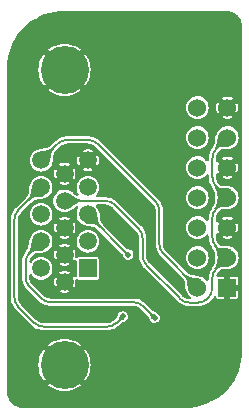
<source format=gbr>
%TF.GenerationSoftware,KiCad,Pcbnew,8.0.6*%
%TF.CreationDate,2024-11-06T21:47:19-05:00*%
%TF.ProjectId,VGA Input Board,56474120-496e-4707-9574-20426f617264,rev?*%
%TF.SameCoordinates,Original*%
%TF.FileFunction,Copper,L2,Bot*%
%TF.FilePolarity,Positive*%
%FSLAX46Y46*%
G04 Gerber Fmt 4.6, Leading zero omitted, Abs format (unit mm)*
G04 Created by KiCad (PCBNEW 8.0.6) date 2024-11-06 21:47:19*
%MOMM*%
%LPD*%
G01*
G04 APERTURE LIST*
%TA.AperFunction,ComponentPad*%
%ADD10R,1.524000X1.524000*%
%TD*%
%TA.AperFunction,ComponentPad*%
%ADD11C,1.524000*%
%TD*%
%TA.AperFunction,ComponentPad*%
%ADD12R,1.500000X1.500000*%
%TD*%
%TA.AperFunction,ComponentPad*%
%ADD13C,1.500000*%
%TD*%
%TA.AperFunction,ComponentPad*%
%ADD14C,4.066000*%
%TD*%
%TA.AperFunction,ViaPad*%
%ADD15C,0.500000*%
%TD*%
%TA.AperFunction,Conductor*%
%ADD16C,0.200000*%
%TD*%
G04 APERTURE END LIST*
D10*
%TO.P,P2,1,GND*%
%TO.N,GND*%
X165920000Y-105640000D03*
D11*
%TO.P,P2,2,SCL*%
%TO.N,/SCL*%
X163380000Y-105640000D03*
%TO.P,P2,3,5V*%
%TO.N,+5V*%
X165920000Y-103100000D03*
%TO.P,P2,4,SDA*%
%TO.N,/SDA*%
X163380000Y-103100000D03*
%TO.P,P2,5,GND*%
%TO.N,GND*%
X165920000Y-100560000D03*
%TO.P,P2,6,VSync*%
%TO.N,/VSync*%
X163380000Y-100560000D03*
%TO.P,P2,7,5V*%
%TO.N,+5V*%
X165920000Y-98020000D03*
%TO.P,P2,8,HSync*%
%TO.N,/HSync*%
X163380000Y-98020000D03*
%TO.P,P2,9,GND*%
%TO.N,GND*%
X165920000Y-95480000D03*
%TO.P,P2,10,B*%
%TO.N,/B*%
X163380000Y-95480000D03*
%TO.P,P2,11,5V*%
%TO.N,+5V*%
X165920000Y-92940000D03*
%TO.P,P2,12,G*%
%TO.N,/G*%
X163380000Y-92940000D03*
%TO.P,P2,13,GND*%
%TO.N,GND*%
X165920000Y-90400000D03*
%TO.P,P2,14,R*%
%TO.N,/R*%
X163380000Y-90400000D03*
%TD*%
D12*
%TO.P,P1,1,Red*%
%TO.N,/R*%
X154120000Y-104020000D03*
D13*
%TO.P,P1,2,Green*%
%TO.N,/G*%
X154120000Y-101730000D03*
%TO.P,P1,3,Blue*%
%TO.N,/B*%
X154120000Y-99440000D03*
%TO.P,P1,4,ID2/RES*%
%TO.N,unconnected-(P1-ID2{slash}RES-Pad4)*%
X154120000Y-97150000D03*
%TO.P,P1,5,HSYNC_GND*%
%TO.N,GND*%
X154120000Y-94860000D03*
%TO.P,P1,6,Red_GND*%
X152140000Y-105165000D03*
%TO.P,P1,7,Green_GND*%
X152140000Y-102875000D03*
%TO.P,P1,8,Blue_GND*%
X152140000Y-100585000D03*
%TO.P,P1,9,+5V*%
%TO.N,+5V*%
X152140000Y-98295000D03*
%TO.P,P1,10,VSYNC_GND*%
%TO.N,GND*%
X152140000Y-96005000D03*
%TO.P,P1,11,ID0/RES*%
%TO.N,unconnected-(P1-ID0{slash}RES-Pad11)*%
X150160000Y-104020000D03*
%TO.P,P1,12,ID1/SDA*%
%TO.N,/SDA*%
X150160000Y-101730000D03*
%TO.P,P1,13,HSYNC*%
%TO.N,/HSync*%
X150160000Y-99440000D03*
%TO.P,P1,14,VSYNC*%
%TO.N,/VSync*%
X150160000Y-97150000D03*
%TO.P,P1,15,ID3/SCL*%
%TO.N,/SCL*%
X150160000Y-94860000D03*
D14*
%TO.P,P1,S1,SHIELD*%
%TO.N,GND*%
X152140000Y-112185000D03*
%TO.P,P1,S2,SHIELD*%
X152140000Y-87195000D03*
%TD*%
D15*
%TO.N,/B*%
X157520000Y-102840000D03*
%TO.N,/SDA*%
X159770000Y-108180000D03*
%TO.N,/VSync*%
X157070000Y-108080000D03*
%TD*%
D16*
%TO.N,/B*%
X154120000Y-99440000D02*
X157520000Y-102840000D01*
%TO.N,/SDA*%
X157962944Y-106870000D02*
X150967056Y-106870000D01*
X159770000Y-108180000D02*
X158811472Y-107221472D01*
X148840000Y-104742944D02*
X148840000Y-103547056D01*
X149191472Y-102698528D02*
X150160000Y-101730000D01*
X150118528Y-106518528D02*
X149191472Y-105591472D01*
X148840000Y-103547056D02*
G75*
G02*
X149191494Y-102698550I1200000J-44D01*
G01*
X150118528Y-106518528D02*
G75*
G03*
X150967056Y-106870031I848572J848528D01*
G01*
X149191472Y-105591472D02*
G75*
G02*
X148839969Y-104742944I848528J848572D01*
G01*
X157962944Y-106870000D02*
G75*
G02*
X158811450Y-107221494I-44J-1200000D01*
G01*
%TO.N,/SCL*%
X159818528Y-98328528D02*
X154971472Y-93481472D01*
X163380000Y-105640000D02*
X160521472Y-102781472D01*
X160170000Y-101932944D02*
X160170000Y-99177056D01*
X154122944Y-93130000D02*
X152387056Y-93130000D01*
X151538528Y-93481472D02*
X150160000Y-94860000D01*
X154971472Y-93481472D02*
G75*
G03*
X154122944Y-93129969I-848572J-848528D01*
G01*
X160170000Y-99177056D02*
G75*
G03*
X159818506Y-98328550I-1200000J-44D01*
G01*
X151538528Y-93481472D02*
G75*
G02*
X152387056Y-93129969I848572J-848528D01*
G01*
X160521472Y-102781472D02*
G75*
G02*
X160169969Y-101932944I848528J848572D01*
G01*
%TO.N,/VSync*%
X157070000Y-108080000D02*
X156541472Y-108608528D01*
X148241472Y-99068528D02*
X150160000Y-97150000D01*
X149578528Y-108608528D02*
X148241472Y-107271472D01*
X155692944Y-108960000D02*
X150427056Y-108960000D01*
X147890000Y-106422944D02*
X147890000Y-99917056D01*
X149578528Y-108608528D02*
G75*
G03*
X150427056Y-108960031I848572J848528D01*
G01*
X147890000Y-99917056D02*
G75*
G02*
X148241494Y-99068550I1200000J-44D01*
G01*
X147890000Y-106422944D02*
G75*
G03*
X148241494Y-107271450I1200000J44D01*
G01*
X155692944Y-108960000D02*
G75*
G03*
X156541450Y-108608506I-44J1200000D01*
G01*
%TO.N,+5V*%
X162737056Y-106910000D02*
X163422944Y-106910000D01*
X158750000Y-101457056D02*
X158750000Y-102922944D01*
X156436472Y-98646472D02*
X158398528Y-100608528D01*
X164991472Y-102171472D02*
X165920000Y-103100000D01*
X165011472Y-97111472D02*
X165920000Y-98020000D01*
X165920000Y-92940000D02*
X165011472Y-93848528D01*
X152140000Y-98295000D02*
X155587944Y-98295000D01*
X159101472Y-103771472D02*
X161888528Y-106558528D01*
X164640000Y-99797056D02*
X164640000Y-101322944D01*
X164640000Y-105692944D02*
X164640000Y-104877056D01*
X164991472Y-104028528D02*
X165920000Y-103100000D01*
X164271472Y-106558528D02*
X164288528Y-106541472D01*
X164660000Y-94697056D02*
X164660000Y-96262944D01*
X165920000Y-98020000D02*
X164991472Y-98948528D01*
X162737056Y-106910000D02*
G75*
G02*
X161888550Y-106558506I44J1200000D01*
G01*
X164640000Y-101322944D02*
G75*
G03*
X164991494Y-102171450I1200000J44D01*
G01*
X163422944Y-106910000D02*
G75*
G03*
X164271450Y-106558506I-44J1200000D01*
G01*
X159101472Y-103771472D02*
G75*
G02*
X158749969Y-102922944I848528J848572D01*
G01*
X158750000Y-101457056D02*
G75*
G03*
X158398506Y-100608550I-1200000J-44D01*
G01*
X164660000Y-96262944D02*
G75*
G03*
X165011494Y-97111450I1200000J44D01*
G01*
X164288528Y-106541472D02*
G75*
G03*
X164640031Y-105692944I-848528J848572D01*
G01*
X164991472Y-104028528D02*
G75*
G03*
X164639969Y-104877056I848528J-848572D01*
G01*
X165011472Y-93848528D02*
G75*
G03*
X164659969Y-94697056I848528J-848572D01*
G01*
X164991472Y-98948528D02*
G75*
G03*
X164639969Y-99797056I848528J-848572D01*
G01*
X156436472Y-98646472D02*
G75*
G03*
X155587944Y-98294969I-848572J-848528D01*
G01*
%TD*%
%TA.AperFunction,Conductor*%
%TO.N,GND*%
G36*
X165830256Y-82220959D02*
G01*
X165840118Y-82220959D01*
X165875128Y-82220959D01*
X165884854Y-82221341D01*
X165897663Y-82222348D01*
X166073534Y-82236187D01*
X166092730Y-82239227D01*
X166272010Y-82282258D01*
X166290509Y-82288267D01*
X166305527Y-82294487D01*
X166460849Y-82358808D01*
X166478181Y-82367637D01*
X166635394Y-82463951D01*
X166651125Y-82475377D01*
X166736866Y-82548585D01*
X166791339Y-82595096D01*
X166805096Y-82608849D01*
X166924861Y-82749023D01*
X166936299Y-82764759D01*
X167032661Y-82921931D01*
X167041497Y-82939262D01*
X167112093Y-83109574D01*
X167118110Y-83128075D01*
X167161199Y-83307335D01*
X167164248Y-83326547D01*
X167179115Y-83514674D01*
X167179500Y-83524443D01*
X167179500Y-111017293D01*
X167179382Y-111022702D01*
X167161472Y-111432906D01*
X167160529Y-111443682D01*
X167107290Y-111848069D01*
X167105412Y-111858722D01*
X167017130Y-112256941D01*
X167014330Y-112267391D01*
X166891676Y-112656399D01*
X166887976Y-112666564D01*
X166731885Y-113043399D01*
X166727313Y-113053203D01*
X166538974Y-113415001D01*
X166533565Y-113424370D01*
X166314413Y-113768367D01*
X166308209Y-113777227D01*
X166059900Y-114100830D01*
X166052946Y-114109117D01*
X165777387Y-114409837D01*
X165769738Y-114417486D01*
X165469018Y-114693046D01*
X165460731Y-114700000D01*
X165137136Y-114948303D01*
X165128275Y-114954508D01*
X164784261Y-115173669D01*
X164774893Y-115179077D01*
X164413104Y-115367413D01*
X164403300Y-115371985D01*
X164026465Y-115528075D01*
X164016299Y-115531775D01*
X163627293Y-115654428D01*
X163616845Y-115657228D01*
X163218622Y-115745512D01*
X163207968Y-115747390D01*
X162803583Y-115800629D01*
X162792807Y-115801572D01*
X162384894Y-115819382D01*
X162379485Y-115819500D01*
X148584963Y-115819500D01*
X148575196Y-115819115D01*
X148554619Y-115817489D01*
X148386487Y-115804202D01*
X148367274Y-115801153D01*
X148187954Y-115758048D01*
X148169453Y-115752031D01*
X147999080Y-115681408D01*
X147981753Y-115672574D01*
X147824528Y-115576175D01*
X147808794Y-115564739D01*
X147668574Y-115444930D01*
X147654821Y-115431171D01*
X147535075Y-115290918D01*
X147523645Y-115275183D01*
X147427297Y-115117907D01*
X147418469Y-115100574D01*
X147347912Y-114930176D01*
X147341903Y-114911674D01*
X147334766Y-114881937D01*
X147298865Y-114732343D01*
X147295824Y-114713129D01*
X147294833Y-114700523D01*
X147280915Y-114523558D01*
X147280534Y-114513834D01*
X147280536Y-114479661D01*
X147280535Y-114479659D01*
X147280536Y-114467654D01*
X147280500Y-114467277D01*
X147280500Y-112185000D01*
X149932273Y-112185000D01*
X149951160Y-112473168D01*
X149951161Y-112473173D01*
X150007497Y-112756394D01*
X150007501Y-112756409D01*
X150100324Y-113029856D01*
X150100333Y-113029877D01*
X150228048Y-113288856D01*
X150228055Y-113288869D01*
X150388490Y-113528976D01*
X150413710Y-113557735D01*
X150845747Y-113125697D01*
X150919588Y-113227330D01*
X151097670Y-113405412D01*
X151199300Y-113479251D01*
X150767263Y-113911288D01*
X150767263Y-113911289D01*
X150796019Y-113936507D01*
X151036130Y-114096944D01*
X151036143Y-114096951D01*
X151295122Y-114224666D01*
X151295143Y-114224675D01*
X151568590Y-114317498D01*
X151568605Y-114317502D01*
X151851826Y-114373838D01*
X151851831Y-114373839D01*
X152140000Y-114392726D01*
X152428168Y-114373839D01*
X152428173Y-114373838D01*
X152711394Y-114317502D01*
X152711409Y-114317498D01*
X152984856Y-114224675D01*
X152984877Y-114224666D01*
X153243856Y-114096951D01*
X153243869Y-114096944D01*
X153483978Y-113936508D01*
X153483982Y-113936505D01*
X153512734Y-113911289D01*
X153512734Y-113911288D01*
X153080698Y-113479251D01*
X153182330Y-113405412D01*
X153360412Y-113227330D01*
X153434251Y-113125698D01*
X153866288Y-113557734D01*
X153866289Y-113557734D01*
X153891505Y-113528982D01*
X153891508Y-113528978D01*
X154051944Y-113288869D01*
X154051951Y-113288856D01*
X154179666Y-113029877D01*
X154179675Y-113029856D01*
X154272498Y-112756409D01*
X154272502Y-112756394D01*
X154328838Y-112473173D01*
X154328839Y-112473168D01*
X154347726Y-112185000D01*
X154328839Y-111896831D01*
X154328838Y-111896826D01*
X154272502Y-111613605D01*
X154272498Y-111613590D01*
X154179675Y-111340143D01*
X154179666Y-111340122D01*
X154051953Y-111081146D01*
X154051944Y-111081131D01*
X153891507Y-110841019D01*
X153866288Y-110812263D01*
X153434250Y-111244300D01*
X153360412Y-111142670D01*
X153182330Y-110964588D01*
X153080697Y-110890747D01*
X153512735Y-110458710D01*
X153483976Y-110433490D01*
X153243869Y-110273055D01*
X153243856Y-110273048D01*
X152984877Y-110145333D01*
X152984856Y-110145324D01*
X152711409Y-110052501D01*
X152711394Y-110052497D01*
X152428173Y-109996161D01*
X152428168Y-109996160D01*
X152140000Y-109977273D01*
X151851831Y-109996160D01*
X151851826Y-109996161D01*
X151568605Y-110052497D01*
X151568590Y-110052501D01*
X151295143Y-110145324D01*
X151295122Y-110145333D01*
X151036146Y-110273046D01*
X151036131Y-110273055D01*
X150796019Y-110433493D01*
X150796012Y-110433498D01*
X150767264Y-110458708D01*
X150767264Y-110458710D01*
X151199301Y-110890747D01*
X151097670Y-110964588D01*
X150919588Y-111142670D01*
X150845748Y-111244301D01*
X150413710Y-110812264D01*
X150413708Y-110812264D01*
X150388498Y-110841012D01*
X150388493Y-110841019D01*
X150228055Y-111081131D01*
X150228046Y-111081146D01*
X150100333Y-111340122D01*
X150100324Y-111340143D01*
X150007501Y-111613590D01*
X150007497Y-111613605D01*
X149951161Y-111896826D01*
X149951160Y-111896831D01*
X149932273Y-112185000D01*
X147280500Y-112185000D01*
X147280500Y-106371666D01*
X147589468Y-106371666D01*
X147589472Y-106521299D01*
X147589473Y-106521305D01*
X147615154Y-106716319D01*
X147642866Y-106819726D01*
X147666069Y-106906310D01*
X147741348Y-107088033D01*
X147839701Y-107258375D01*
X147847511Y-107268552D01*
X147959449Y-107414425D01*
X147959451Y-107414426D01*
X148001011Y-107455982D01*
X149399628Y-108854599D01*
X149399967Y-108854896D01*
X149435598Y-108890530D01*
X149591642Y-109010274D01*
X149761981Y-109108625D01*
X149943699Y-109183902D01*
X150133689Y-109234816D01*
X150328698Y-109260497D01*
X150375657Y-109260497D01*
X150375675Y-109260500D01*
X150387494Y-109260500D01*
X150427044Y-109260500D01*
X150427045Y-109260500D01*
X150474640Y-109260502D01*
X150474643Y-109260500D01*
X150484619Y-109260501D01*
X150484644Y-109260500D01*
X155635356Y-109260500D01*
X155635380Y-109260501D01*
X155641544Y-109260501D01*
X155641649Y-109260531D01*
X155692955Y-109260529D01*
X155692955Y-109260530D01*
X155791304Y-109260527D01*
X155986317Y-109234846D01*
X156176310Y-109183931D01*
X156358033Y-109108652D01*
X156528375Y-109010299D01*
X156684422Y-108890553D01*
X156730960Y-108844011D01*
X156903039Y-108671930D01*
X156927650Y-108652850D01*
X156928424Y-108652392D01*
X156932442Y-108650019D01*
X156981217Y-108606370D01*
X156998266Y-108593574D01*
X157010755Y-108585785D01*
X157031902Y-108575249D01*
X157054260Y-108566661D01*
X157062093Y-108563950D01*
X157125673Y-108544317D01*
X157128908Y-108543271D01*
X157130652Y-108542709D01*
X157130672Y-108542701D01*
X157130716Y-108542688D01*
X157131303Y-108542490D01*
X157136561Y-108540636D01*
X157136573Y-108540631D01*
X157136586Y-108540627D01*
X157225228Y-108508023D01*
X157228813Y-108506667D01*
X157229252Y-108506496D01*
X157229250Y-108506496D01*
X157229255Y-108506495D01*
X157229258Y-108506492D01*
X157234914Y-108503592D01*
X157235419Y-108504578D01*
X157257166Y-108494562D01*
X157259069Y-108494004D01*
X157368049Y-108423967D01*
X157452882Y-108326063D01*
X157506697Y-108208226D01*
X157525133Y-108080000D01*
X157506697Y-107951774D01*
X157452882Y-107833937D01*
X157368049Y-107736033D01*
X157259069Y-107665996D01*
X157259065Y-107665994D01*
X157259064Y-107665994D01*
X157134774Y-107629500D01*
X157134772Y-107629500D01*
X157005228Y-107629500D01*
X157005226Y-107629500D01*
X156880935Y-107665994D01*
X156880932Y-107665995D01*
X156880931Y-107665996D01*
X156851757Y-107684745D01*
X156771950Y-107736033D01*
X156687118Y-107833936D01*
X156659531Y-107894343D01*
X156652522Y-107907526D01*
X156641974Y-107924771D01*
X156609623Y-108012723D01*
X156609599Y-108012786D01*
X156609409Y-108013300D01*
X156607551Y-108018563D01*
X156607361Y-108019123D01*
X156607355Y-108019143D01*
X156605684Y-108024313D01*
X156586054Y-108087877D01*
X156583332Y-108095745D01*
X156574745Y-108118097D01*
X156564205Y-108139251D01*
X156556426Y-108151723D01*
X156543619Y-108168788D01*
X156499978Y-108217557D01*
X156499977Y-108217558D01*
X156495989Y-108224100D01*
X156477795Y-108247232D01*
X156366977Y-108358050D01*
X156366945Y-108358079D01*
X156332441Y-108392587D01*
X156325290Y-108399198D01*
X156229070Y-108481382D01*
X156213329Y-108492819D01*
X156109626Y-108556373D01*
X156092289Y-108565208D01*
X155979912Y-108611760D01*
X155961407Y-108617773D01*
X155843134Y-108646172D01*
X155823917Y-108649216D01*
X155698178Y-108659117D01*
X155688444Y-108659500D01*
X150431936Y-108659500D01*
X150422203Y-108659117D01*
X150296090Y-108649187D01*
X150276871Y-108646143D01*
X150158600Y-108617744D01*
X150140096Y-108611731D01*
X150027723Y-108565181D01*
X150010386Y-108556346D01*
X149906688Y-108492795D01*
X149890947Y-108481358D01*
X149794442Y-108398930D01*
X149787291Y-108392320D01*
X149751531Y-108356557D01*
X149751507Y-108356536D01*
X148494684Y-107099713D01*
X148494667Y-107099693D01*
X148487608Y-107092635D01*
X148487608Y-107092634D01*
X148457396Y-107062424D01*
X148450801Y-107055290D01*
X148419484Y-107018625D01*
X148368617Y-106959070D01*
X148357180Y-106943329D01*
X148334493Y-106906310D01*
X148293624Y-106839623D01*
X148284791Y-106822289D01*
X148283729Y-106819726D01*
X148238238Y-106709911D01*
X148232226Y-106691407D01*
X148212559Y-106609500D01*
X148203825Y-106573125D01*
X148200784Y-106553924D01*
X148191633Y-106437696D01*
X148190883Y-106428176D01*
X148190500Y-106418443D01*
X148190500Y-104691666D01*
X148539468Y-104691666D01*
X148539472Y-104841299D01*
X148539473Y-104841305D01*
X148565154Y-105036319D01*
X148599639Y-105165000D01*
X148616069Y-105226310D01*
X148691348Y-105408033D01*
X148789701Y-105578375D01*
X148852513Y-105660228D01*
X148909449Y-105734425D01*
X148909451Y-105734426D01*
X148951011Y-105775982D01*
X149939628Y-106764599D01*
X149939967Y-106764896D01*
X149975598Y-106800530D01*
X150131642Y-106920274D01*
X150301981Y-107018625D01*
X150483699Y-107093902D01*
X150673689Y-107144816D01*
X150868698Y-107170497D01*
X150915657Y-107170497D01*
X150915675Y-107170500D01*
X150927494Y-107170500D01*
X150967044Y-107170500D01*
X150967045Y-107170500D01*
X151014640Y-107170502D01*
X151014643Y-107170500D01*
X151024619Y-107170501D01*
X151024644Y-107170500D01*
X157958064Y-107170500D01*
X157967797Y-107170883D01*
X158093916Y-107180813D01*
X158113121Y-107183854D01*
X158231405Y-107212256D01*
X158249898Y-107218266D01*
X158362280Y-107264820D01*
X158379610Y-107273651D01*
X158461650Y-107323929D01*
X158483311Y-107337204D01*
X158499052Y-107348641D01*
X158595557Y-107431069D01*
X158602703Y-107437674D01*
X158632634Y-107467608D01*
X158632635Y-107467608D01*
X158639693Y-107474667D01*
X158639713Y-107474684D01*
X159178064Y-108013035D01*
X159197142Y-108037641D01*
X159199978Y-108042441D01*
X159243624Y-108091215D01*
X159256437Y-108108290D01*
X159258773Y-108112036D01*
X159258793Y-108112068D01*
X159258854Y-108112166D01*
X159264206Y-108120747D01*
X159274745Y-108141900D01*
X159283332Y-108164252D01*
X159286050Y-108172106D01*
X159305679Y-108235669D01*
X159307243Y-108240521D01*
X159307259Y-108240570D01*
X159307264Y-108240584D01*
X159307428Y-108241073D01*
X159307971Y-108242615D01*
X159308127Y-108243208D01*
X159309055Y-108245731D01*
X159309095Y-108245840D01*
X159309106Y-108245870D01*
X159309105Y-108245870D01*
X159311229Y-108251642D01*
X159311232Y-108251650D01*
X159311232Y-108251651D01*
X159327654Y-108296297D01*
X159341978Y-108335238D01*
X159343337Y-108338827D01*
X159343349Y-108338857D01*
X159343504Y-108339255D01*
X159351827Y-108352057D01*
X159360658Y-108368129D01*
X159387114Y-108426057D01*
X159387116Y-108426061D01*
X159456946Y-108506650D01*
X159471951Y-108523967D01*
X159580931Y-108594004D01*
X159661784Y-108617744D01*
X159705225Y-108630499D01*
X159705227Y-108630500D01*
X159705228Y-108630500D01*
X159834773Y-108630500D01*
X159834773Y-108630499D01*
X159959069Y-108594004D01*
X160068049Y-108523967D01*
X160152882Y-108426063D01*
X160206697Y-108308226D01*
X160225133Y-108180000D01*
X160206697Y-108051774D01*
X160152882Y-107933937D01*
X160068049Y-107836033D01*
X159959069Y-107765996D01*
X159959066Y-107765995D01*
X159959060Y-107765992D01*
X159953815Y-107764452D01*
X159930877Y-107754286D01*
X159930712Y-107754629D01*
X159925228Y-107751976D01*
X159925225Y-107751974D01*
X159913485Y-107747655D01*
X159836572Y-107719363D01*
X159831100Y-107717437D01*
X159830584Y-107717264D01*
X159830570Y-107717259D01*
X159830521Y-107717243D01*
X159825669Y-107715679D01*
X159762106Y-107696050D01*
X159754252Y-107693332D01*
X159731900Y-107684745D01*
X159710747Y-107674206D01*
X159702166Y-107668854D01*
X159702068Y-107668793D01*
X159702036Y-107668773D01*
X159702036Y-107668772D01*
X159698290Y-107666437D01*
X159681209Y-107653619D01*
X159632451Y-107609987D01*
X159632441Y-107609978D01*
X159625897Y-107605988D01*
X159602768Y-107587797D01*
X158990444Y-106975473D01*
X158990096Y-106975167D01*
X158974000Y-106959070D01*
X158954402Y-106939470D01*
X158825469Y-106840530D01*
X158798357Y-106819725D01*
X158702881Y-106764599D01*
X158628019Y-106721375D01*
X158628016Y-106721373D01*
X158628015Y-106721373D01*
X158446301Y-106646098D01*
X158256313Y-106595184D01*
X158061300Y-106569502D01*
X158010116Y-106569501D01*
X158010096Y-106569500D01*
X158002506Y-106569500D01*
X157962956Y-106569500D01*
X157962950Y-106569499D01*
X157915360Y-106569498D01*
X157915358Y-106569498D01*
X157905380Y-106569498D01*
X157905356Y-106569500D01*
X150971936Y-106569500D01*
X150962203Y-106569117D01*
X150836090Y-106559187D01*
X150816871Y-106556143D01*
X150698600Y-106527744D01*
X150680096Y-106521731D01*
X150567723Y-106475181D01*
X150550386Y-106466346D01*
X150446688Y-106402795D01*
X150430947Y-106391358D01*
X150334442Y-106308930D01*
X150327291Y-106302320D01*
X150291531Y-106266557D01*
X150291507Y-106266536D01*
X149444684Y-105419713D01*
X149444667Y-105419693D01*
X149437608Y-105412635D01*
X149437608Y-105412634D01*
X149407396Y-105382424D01*
X149400801Y-105375290D01*
X149385463Y-105357333D01*
X149318617Y-105279070D01*
X149307180Y-105263329D01*
X149252481Y-105174075D01*
X149243624Y-105159623D01*
X149234791Y-105142289D01*
X149218381Y-105102676D01*
X149188238Y-105029911D01*
X149182226Y-105011407D01*
X149172924Y-104972666D01*
X149153825Y-104893125D01*
X149150784Y-104873924D01*
X149140883Y-104748176D01*
X149140500Y-104738443D01*
X149140500Y-104622117D01*
X149160185Y-104555078D01*
X149212989Y-104509323D01*
X149282147Y-104499379D01*
X149345703Y-104528404D01*
X149361507Y-104546319D01*
X149361999Y-104545916D01*
X149484642Y-104695357D01*
X149629373Y-104814135D01*
X149629376Y-104814137D01*
X149777171Y-104893134D01*
X149794499Y-104902396D01*
X149900806Y-104934644D01*
X149973666Y-104956746D01*
X149973668Y-104956747D01*
X149990374Y-104958392D01*
X150160000Y-104975099D01*
X150346331Y-104956747D01*
X150525501Y-104902396D01*
X150690625Y-104814136D01*
X150835357Y-104695357D01*
X150954136Y-104550625D01*
X151042396Y-104385501D01*
X151096747Y-104206331D01*
X151115099Y-104020000D01*
X151096747Y-103833669D01*
X151042396Y-103654499D01*
X151015735Y-103604619D01*
X150954137Y-103489376D01*
X150954135Y-103489373D01*
X150835357Y-103344642D01*
X150690626Y-103225864D01*
X150690623Y-103225862D01*
X150525502Y-103137604D01*
X150346333Y-103083253D01*
X150346331Y-103083252D01*
X150160000Y-103064901D01*
X149973668Y-103083252D01*
X149973666Y-103083253D01*
X149794497Y-103137604D01*
X149629376Y-103225862D01*
X149629373Y-103225864D01*
X149484642Y-103344642D01*
X149377240Y-103475512D01*
X149319494Y-103514846D01*
X149249649Y-103516717D01*
X149189881Y-103480529D01*
X149159165Y-103417773D01*
X149160814Y-103367896D01*
X149164134Y-103354070D01*
X149182256Y-103278594D01*
X149188264Y-103260105D01*
X149234822Y-103147714D01*
X149243648Y-103130394D01*
X149307207Y-103026682D01*
X149318638Y-103010951D01*
X149369308Y-102951627D01*
X149372551Y-102947978D01*
X149439679Y-102875420D01*
X149440083Y-102875000D01*
X151214932Y-102875000D01*
X151235147Y-103067333D01*
X151235149Y-103067338D01*
X151294904Y-103251250D01*
X151294908Y-103251259D01*
X151337103Y-103324342D01*
X151657037Y-103004408D01*
X151674075Y-103067993D01*
X151739901Y-103182007D01*
X151832993Y-103275099D01*
X151947007Y-103340925D01*
X152010590Y-103357962D01*
X151687814Y-103680738D01*
X151687814Y-103680739D01*
X151854133Y-103754790D01*
X151854138Y-103754792D01*
X152043305Y-103795000D01*
X152236695Y-103795000D01*
X152425861Y-103754792D01*
X152425866Y-103754790D01*
X152592184Y-103680739D01*
X152592184Y-103680738D01*
X152269409Y-103357962D01*
X152332993Y-103340925D01*
X152447007Y-103275099D01*
X152540099Y-103182007D01*
X152605925Y-103067993D01*
X152622962Y-103004409D01*
X152942895Y-103324342D01*
X152947425Y-103323745D01*
X152988681Y-103284410D01*
X153057288Y-103271188D01*
X153122152Y-103297156D01*
X153162680Y-103354070D01*
X153169500Y-103394626D01*
X153169500Y-104645372D01*
X153149815Y-104712411D01*
X153097011Y-104758166D01*
X153027853Y-104768110D01*
X152964297Y-104739085D01*
X152945203Y-104715960D01*
X152942895Y-104715656D01*
X152622962Y-105035589D01*
X152605925Y-104972007D01*
X152540099Y-104857993D01*
X152447007Y-104764901D01*
X152332993Y-104699075D01*
X152269409Y-104682037D01*
X152592185Y-104359260D01*
X152425859Y-104285207D01*
X152425861Y-104285207D01*
X152236695Y-104245000D01*
X152043305Y-104245000D01*
X151854139Y-104285207D01*
X151687813Y-104359260D01*
X152010591Y-104682037D01*
X151947007Y-104699075D01*
X151832993Y-104764901D01*
X151739901Y-104857993D01*
X151674075Y-104972007D01*
X151657037Y-105035590D01*
X151337103Y-104715657D01*
X151294907Y-104788742D01*
X151235148Y-104972664D01*
X151235147Y-104972666D01*
X151214932Y-105165000D01*
X151235147Y-105357333D01*
X151235149Y-105357338D01*
X151294904Y-105541250D01*
X151294908Y-105541259D01*
X151337103Y-105614342D01*
X151657037Y-105294408D01*
X151674075Y-105357993D01*
X151739901Y-105472007D01*
X151832993Y-105565099D01*
X151947007Y-105630925D01*
X152010590Y-105647962D01*
X151687814Y-105970738D01*
X151687814Y-105970739D01*
X151854133Y-106044790D01*
X151854138Y-106044792D01*
X152043305Y-106085000D01*
X152236695Y-106085000D01*
X152425861Y-106044792D01*
X152425866Y-106044790D01*
X152592184Y-105970739D01*
X152592184Y-105970738D01*
X152269409Y-105647962D01*
X152332993Y-105630925D01*
X152447007Y-105565099D01*
X152540099Y-105472007D01*
X152605925Y-105357993D01*
X152622962Y-105294409D01*
X152942895Y-105614342D01*
X152942896Y-105614341D01*
X152985092Y-105541258D01*
X153044850Y-105357338D01*
X153044852Y-105357333D01*
X153065067Y-105165000D01*
X153052280Y-105043341D01*
X153064849Y-104974611D01*
X153112581Y-104923587D01*
X153180321Y-104906469D01*
X153244491Y-104927276D01*
X153291769Y-104958867D01*
X153291771Y-104958867D01*
X153291772Y-104958868D01*
X153291770Y-104958868D01*
X153350247Y-104970499D01*
X153350250Y-104970500D01*
X153350252Y-104970500D01*
X154889750Y-104970500D01*
X154889751Y-104970499D01*
X154904568Y-104967552D01*
X154948229Y-104958868D01*
X154948229Y-104958867D01*
X154948231Y-104958867D01*
X155014552Y-104914552D01*
X155058867Y-104848231D01*
X155058867Y-104848229D01*
X155058868Y-104848229D01*
X155070499Y-104789752D01*
X155070500Y-104789750D01*
X155070500Y-103250249D01*
X155070499Y-103250247D01*
X155058868Y-103191770D01*
X155058867Y-103191769D01*
X155014552Y-103125447D01*
X154948230Y-103081132D01*
X154948229Y-103081131D01*
X154889752Y-103069500D01*
X154889748Y-103069500D01*
X153350252Y-103069500D01*
X153350247Y-103069500D01*
X153291770Y-103081131D01*
X153291769Y-103081132D01*
X153244492Y-103112722D01*
X153177814Y-103133600D01*
X153110434Y-103115115D01*
X153063744Y-103063136D01*
X153052280Y-102996658D01*
X153065067Y-102874999D01*
X153044852Y-102682666D01*
X153044850Y-102682661D01*
X152985092Y-102498741D01*
X152942895Y-102425656D01*
X152622962Y-102745589D01*
X152605925Y-102682007D01*
X152540099Y-102567993D01*
X152447007Y-102474901D01*
X152332993Y-102409075D01*
X152269409Y-102392037D01*
X152592185Y-102069260D01*
X152425859Y-101995207D01*
X152425861Y-101995207D01*
X152236695Y-101955000D01*
X152043305Y-101955000D01*
X151854139Y-101995207D01*
X151687813Y-102069260D01*
X152010591Y-102392037D01*
X151947007Y-102409075D01*
X151832993Y-102474901D01*
X151739901Y-102567993D01*
X151674075Y-102682007D01*
X151657037Y-102745590D01*
X151337103Y-102425657D01*
X151294907Y-102498742D01*
X151235148Y-102682664D01*
X151235147Y-102682666D01*
X151214932Y-102875000D01*
X149440083Y-102875000D01*
X149442969Y-102872000D01*
X149516403Y-102798566D01*
X149559669Y-102770476D01*
X149565141Y-102768377D01*
X149583635Y-102761281D01*
X149639226Y-102739956D01*
X149679463Y-102731799D01*
X149854557Y-102725900D01*
X149854556Y-102725899D01*
X149921063Y-102723659D01*
X149922020Y-102723413D01*
X150123731Y-102715975D01*
X150146522Y-102713859D01*
X150149099Y-102713474D01*
X150171560Y-102708824D01*
X150310283Y-102671922D01*
X150329992Y-102668355D01*
X150346331Y-102666747D01*
X150462433Y-102631526D01*
X150466445Y-102630384D01*
X150486936Y-102624935D01*
X150486953Y-102624929D01*
X150486960Y-102624928D01*
X150493456Y-102622967D01*
X150499977Y-102620999D01*
X150501434Y-102620506D01*
X150503226Y-102619891D01*
X150503228Y-102619889D01*
X150509953Y-102617582D01*
X150509976Y-102617650D01*
X150516415Y-102615151D01*
X150525501Y-102612396D01*
X150690625Y-102524136D01*
X150835357Y-102405357D01*
X150954136Y-102260625D01*
X151042396Y-102095501D01*
X151096747Y-101916331D01*
X151115099Y-101730000D01*
X153164901Y-101730000D01*
X153183252Y-101916331D01*
X153183253Y-101916333D01*
X153237604Y-102095502D01*
X153325862Y-102260623D01*
X153325864Y-102260626D01*
X153444642Y-102405357D01*
X153589373Y-102524135D01*
X153589376Y-102524137D01*
X153749442Y-102609693D01*
X153754499Y-102612396D01*
X153933666Y-102666746D01*
X153933668Y-102666747D01*
X153949975Y-102668353D01*
X154120000Y-102685099D01*
X154306331Y-102666747D01*
X154485501Y-102612396D01*
X154650625Y-102524136D01*
X154795357Y-102405357D01*
X154914136Y-102260625D01*
X155002396Y-102095501D01*
X155056747Y-101916331D01*
X155075099Y-101730000D01*
X155056747Y-101543669D01*
X155002396Y-101364499D01*
X155002395Y-101364497D01*
X154914137Y-101199376D01*
X154914135Y-101199373D01*
X154795357Y-101054642D01*
X154650626Y-100935864D01*
X154650623Y-100935862D01*
X154485502Y-100847604D01*
X154306333Y-100793253D01*
X154306331Y-100793252D01*
X154120000Y-100774901D01*
X153933668Y-100793252D01*
X153933666Y-100793253D01*
X153754497Y-100847604D01*
X153589376Y-100935862D01*
X153589373Y-100935864D01*
X153444642Y-101054642D01*
X153325864Y-101199373D01*
X153325862Y-101199376D01*
X153237604Y-101364497D01*
X153183253Y-101543666D01*
X153183252Y-101543668D01*
X153164901Y-101730000D01*
X151115099Y-101730000D01*
X151096747Y-101543669D01*
X151042396Y-101364499D01*
X151042395Y-101364497D01*
X150954137Y-101199376D01*
X150954135Y-101199373D01*
X150835357Y-101054642D01*
X150690626Y-100935864D01*
X150690623Y-100935862D01*
X150525502Y-100847604D01*
X150346333Y-100793253D01*
X150346331Y-100793252D01*
X150160000Y-100774901D01*
X149973668Y-100793252D01*
X149973666Y-100793253D01*
X149794497Y-100847604D01*
X149629376Y-100935862D01*
X149629373Y-100935864D01*
X149484642Y-101054642D01*
X149365864Y-101199373D01*
X149365862Y-101199376D01*
X149277602Y-101364500D01*
X149277601Y-101364504D01*
X149276286Y-101368838D01*
X149270494Y-101384189D01*
X149268584Y-101388384D01*
X149163469Y-101696321D01*
X149159591Y-101709002D01*
X149159214Y-101710394D01*
X149156238Y-101722920D01*
X149156234Y-101722941D01*
X149112183Y-101938176D01*
X149107151Y-101962761D01*
X149106988Y-101963570D01*
X149106397Y-101966632D01*
X149072315Y-102151207D01*
X149067654Y-102168963D01*
X149008295Y-102341804D01*
X148998705Y-102363004D01*
X148853753Y-102616866D01*
X148852866Y-102619374D01*
X148834344Y-102653496D01*
X148789729Y-102711637D01*
X148789722Y-102711648D01*
X148691375Y-102881981D01*
X148691373Y-102881984D01*
X148616098Y-103063698D01*
X148565184Y-103253686D01*
X148539502Y-103448699D01*
X148539501Y-103501361D01*
X148539500Y-103501387D01*
X148539500Y-103507494D01*
X148539500Y-103531012D01*
X148539500Y-103547045D01*
X148539499Y-103588033D01*
X148539498Y-103604619D01*
X148539500Y-103604644D01*
X148539500Y-104686708D01*
X148539498Y-104686738D01*
X148539498Y-104691564D01*
X148539468Y-104691666D01*
X148190500Y-104691666D01*
X148190500Y-100585000D01*
X151214932Y-100585000D01*
X151235147Y-100777333D01*
X151235149Y-100777338D01*
X151294904Y-100961250D01*
X151294908Y-100961259D01*
X151337103Y-101034342D01*
X151657037Y-100714408D01*
X151674075Y-100777993D01*
X151739901Y-100892007D01*
X151832993Y-100985099D01*
X151947007Y-101050925D01*
X152010590Y-101067962D01*
X151687814Y-101390738D01*
X151687814Y-101390739D01*
X151854133Y-101464790D01*
X151854138Y-101464792D01*
X152043305Y-101505000D01*
X152236695Y-101505000D01*
X152425861Y-101464792D01*
X152425866Y-101464790D01*
X152592184Y-101390739D01*
X152592184Y-101390738D01*
X152269409Y-101067962D01*
X152332993Y-101050925D01*
X152447007Y-100985099D01*
X152540099Y-100892007D01*
X152605925Y-100777993D01*
X152622962Y-100714409D01*
X152942895Y-101034342D01*
X152942896Y-101034341D01*
X152985092Y-100961258D01*
X153044850Y-100777338D01*
X153044852Y-100777333D01*
X153065067Y-100585000D01*
X153044852Y-100392666D01*
X153044850Y-100392661D01*
X152985092Y-100208741D01*
X152942895Y-100135656D01*
X152622962Y-100455589D01*
X152605925Y-100392007D01*
X152540099Y-100277993D01*
X152447007Y-100184901D01*
X152332993Y-100119075D01*
X152269409Y-100102037D01*
X152592185Y-99779260D01*
X152425859Y-99705207D01*
X152425861Y-99705207D01*
X152236695Y-99665000D01*
X152043305Y-99665000D01*
X151854139Y-99705207D01*
X151687813Y-99779260D01*
X152010591Y-100102037D01*
X151947007Y-100119075D01*
X151832993Y-100184901D01*
X151739901Y-100277993D01*
X151674075Y-100392007D01*
X151657037Y-100455590D01*
X151337103Y-100135657D01*
X151294907Y-100208742D01*
X151235148Y-100392664D01*
X151235147Y-100392666D01*
X151214932Y-100585000D01*
X148190500Y-100585000D01*
X148190500Y-99921935D01*
X148190883Y-99912202D01*
X148193724Y-99876116D01*
X148200813Y-99786081D01*
X148203854Y-99766880D01*
X148232257Y-99648591D01*
X148238264Y-99630105D01*
X148284822Y-99517714D01*
X148293648Y-99500394D01*
X148330660Y-99440000D01*
X149204901Y-99440000D01*
X149223252Y-99626331D01*
X149223253Y-99626333D01*
X149277604Y-99805502D01*
X149365862Y-99970623D01*
X149365864Y-99970626D01*
X149484642Y-100115357D01*
X149629373Y-100234135D01*
X149629376Y-100234137D01*
X149711426Y-100277993D01*
X149794499Y-100322396D01*
X149973666Y-100376746D01*
X149973668Y-100376747D01*
X149990374Y-100378392D01*
X150160000Y-100395099D01*
X150346331Y-100376747D01*
X150525501Y-100322396D01*
X150690625Y-100234136D01*
X150835357Y-100115357D01*
X150954136Y-99970625D01*
X151042396Y-99805501D01*
X151096747Y-99626331D01*
X151115099Y-99440000D01*
X151096747Y-99253669D01*
X151042396Y-99074499D01*
X151008024Y-99010193D01*
X150954137Y-98909376D01*
X150954135Y-98909373D01*
X150835357Y-98764642D01*
X150690626Y-98645864D01*
X150690623Y-98645862D01*
X150525502Y-98557604D01*
X150346333Y-98503253D01*
X150346331Y-98503252D01*
X150160000Y-98484901D01*
X149973668Y-98503252D01*
X149973666Y-98503253D01*
X149794497Y-98557604D01*
X149629376Y-98645862D01*
X149629373Y-98645864D01*
X149484642Y-98764642D01*
X149365864Y-98909373D01*
X149365862Y-98909376D01*
X149277604Y-99074497D01*
X149223253Y-99253666D01*
X149223252Y-99253668D01*
X149204901Y-99440000D01*
X148330660Y-99440000D01*
X148357207Y-99396683D01*
X148368637Y-99380951D01*
X148451070Y-99284440D01*
X148457663Y-99277307D01*
X148487608Y-99247366D01*
X148487609Y-99247363D01*
X148495962Y-99239011D01*
X148495977Y-99238993D01*
X149278373Y-98456596D01*
X149301613Y-98439625D01*
X149301148Y-98438906D01*
X149306249Y-98435603D01*
X149306260Y-98435598D01*
X149513334Y-98270651D01*
X149547219Y-98251478D01*
X149679370Y-98202159D01*
X149709324Y-98195061D01*
X149887606Y-98175688D01*
X149888412Y-98175599D01*
X149888410Y-98175599D01*
X149888503Y-98175589D01*
X149888583Y-98175580D01*
X149889218Y-98175507D01*
X149889212Y-98175507D01*
X149889271Y-98175501D01*
X149938544Y-98169802D01*
X150143105Y-98146145D01*
X150161307Y-98143208D01*
X150163357Y-98142782D01*
X150181167Y-98138241D01*
X150494292Y-98043312D01*
X150503765Y-98040187D01*
X150504835Y-98039805D01*
X150504837Y-98039803D01*
X150511280Y-98037504D01*
X150511287Y-98037526D01*
X150520483Y-98033917D01*
X150525501Y-98032396D01*
X150690625Y-97944136D01*
X150835357Y-97825357D01*
X150954136Y-97680625D01*
X151042396Y-97515501D01*
X151096747Y-97336331D01*
X151115099Y-97150000D01*
X151114966Y-97148653D01*
X151096747Y-96963668D01*
X151096746Y-96963666D01*
X151072819Y-96884790D01*
X151042396Y-96784499D01*
X150986341Y-96679626D01*
X150954137Y-96619376D01*
X150954135Y-96619373D01*
X150835357Y-96474642D01*
X150690626Y-96355864D01*
X150690623Y-96355862D01*
X150525502Y-96267604D01*
X150346333Y-96213253D01*
X150346331Y-96213252D01*
X150160000Y-96194901D01*
X149973668Y-96213252D01*
X149973666Y-96213253D01*
X149794497Y-96267604D01*
X149629376Y-96355862D01*
X149629373Y-96355864D01*
X149484642Y-96474642D01*
X149365864Y-96619373D01*
X149365862Y-96619376D01*
X149277603Y-96784499D01*
X149277601Y-96784503D01*
X149273581Y-96797756D01*
X149268560Y-96809889D01*
X149269017Y-96810078D01*
X149266684Y-96815712D01*
X149171758Y-97128824D01*
X149167221Y-97146609D01*
X149166804Y-97148618D01*
X149166797Y-97148653D01*
X149163854Y-97166880D01*
X149158193Y-97215834D01*
X149134701Y-97418969D01*
X149134462Y-97421032D01*
X149134330Y-97422200D01*
X149114935Y-97600679D01*
X149107834Y-97630638D01*
X149058523Y-97762768D01*
X149039341Y-97796669D01*
X148874406Y-98003732D01*
X148874395Y-98003748D01*
X148874378Y-98003781D01*
X148874345Y-98003824D01*
X148871505Y-98008080D01*
X148871264Y-98007919D01*
X148853512Y-98031515D01*
X147995565Y-98889463D01*
X147995266Y-98889802D01*
X147959473Y-98925594D01*
X147959469Y-98925599D01*
X147839725Y-99081642D01*
X147741375Y-99251981D01*
X147741373Y-99251984D01*
X147666098Y-99433698D01*
X147615184Y-99623686D01*
X147589502Y-99818699D01*
X147589501Y-99871361D01*
X147589500Y-99871387D01*
X147589500Y-99877494D01*
X147589500Y-99906097D01*
X147589500Y-99917045D01*
X147589499Y-99959112D01*
X147589498Y-99974619D01*
X147589500Y-99974644D01*
X147589500Y-106366708D01*
X147589498Y-106366738D01*
X147589498Y-106371564D01*
X147589468Y-106371666D01*
X147280500Y-106371666D01*
X147280500Y-96005000D01*
X151214932Y-96005000D01*
X151235147Y-96197333D01*
X151235149Y-96197338D01*
X151294904Y-96381250D01*
X151294908Y-96381259D01*
X151337103Y-96454342D01*
X151657037Y-96134408D01*
X151674075Y-96197993D01*
X151739901Y-96312007D01*
X151832993Y-96405099D01*
X151947007Y-96470925D01*
X152010590Y-96487962D01*
X151687814Y-96810738D01*
X151687814Y-96810739D01*
X151854133Y-96884790D01*
X151854138Y-96884792D01*
X152043305Y-96925000D01*
X152236695Y-96925000D01*
X152425861Y-96884792D01*
X152425866Y-96884790D01*
X152592184Y-96810739D01*
X152592184Y-96810738D01*
X152269409Y-96487962D01*
X152332993Y-96470925D01*
X152447007Y-96405099D01*
X152540099Y-96312007D01*
X152605925Y-96197993D01*
X152622962Y-96134409D01*
X152942895Y-96454342D01*
X152942896Y-96454341D01*
X152985092Y-96381258D01*
X153044850Y-96197338D01*
X153044852Y-96197333D01*
X153065067Y-96005000D01*
X153044852Y-95812666D01*
X153044850Y-95812661D01*
X152985092Y-95628741D01*
X152942895Y-95555656D01*
X152622962Y-95875589D01*
X152605925Y-95812007D01*
X152540099Y-95697993D01*
X152447007Y-95604901D01*
X152332993Y-95539075D01*
X152269409Y-95522037D01*
X152592185Y-95199260D01*
X152425859Y-95125207D01*
X152425861Y-95125207D01*
X152236695Y-95085000D01*
X152043305Y-95085000D01*
X151854139Y-95125207D01*
X151687813Y-95199260D01*
X152010591Y-95522037D01*
X151947007Y-95539075D01*
X151832993Y-95604901D01*
X151739901Y-95697993D01*
X151674075Y-95812007D01*
X151657037Y-95875590D01*
X151337103Y-95555657D01*
X151294907Y-95628742D01*
X151235148Y-95812664D01*
X151235147Y-95812666D01*
X151214932Y-96005000D01*
X147280500Y-96005000D01*
X147280500Y-94860000D01*
X149204901Y-94860000D01*
X149223252Y-95046331D01*
X149223253Y-95046333D01*
X149277604Y-95225502D01*
X149365862Y-95390623D01*
X149365864Y-95390626D01*
X149484642Y-95535357D01*
X149629373Y-95654135D01*
X149629376Y-95654137D01*
X149668117Y-95674844D01*
X149794499Y-95742396D01*
X149941561Y-95787007D01*
X149973666Y-95796746D01*
X149973668Y-95796747D01*
X149990374Y-95798392D01*
X150160000Y-95815099D01*
X150346331Y-95796747D01*
X150525501Y-95742396D01*
X150690625Y-95654136D01*
X150835357Y-95535357D01*
X150954136Y-95390625D01*
X151042396Y-95225501D01*
X151046416Y-95212246D01*
X151051444Y-95200110D01*
X151050982Y-95199919D01*
X151053311Y-95194293D01*
X151053312Y-95194292D01*
X151148241Y-94881167D01*
X151152782Y-94863357D01*
X151153208Y-94861307D01*
X151153419Y-94860000D01*
X153194932Y-94860000D01*
X153215147Y-95052333D01*
X153215149Y-95052338D01*
X153274904Y-95236250D01*
X153274908Y-95236259D01*
X153317103Y-95309342D01*
X153637037Y-94989408D01*
X153654075Y-95052993D01*
X153719901Y-95167007D01*
X153812993Y-95260099D01*
X153927007Y-95325925D01*
X153990590Y-95342962D01*
X153667814Y-95665738D01*
X153667814Y-95665739D01*
X153834133Y-95739790D01*
X153834138Y-95739792D01*
X154023305Y-95780000D01*
X154216695Y-95780000D01*
X154405861Y-95739792D01*
X154405866Y-95739790D01*
X154572184Y-95665739D01*
X154572184Y-95665738D01*
X154249409Y-95342962D01*
X154312993Y-95325925D01*
X154427007Y-95260099D01*
X154520099Y-95167007D01*
X154585925Y-95052993D01*
X154602962Y-94989409D01*
X154922895Y-95309342D01*
X154922896Y-95309341D01*
X154965092Y-95236258D01*
X155024850Y-95052338D01*
X155024852Y-95052333D01*
X155045067Y-94860000D01*
X155024852Y-94667666D01*
X155024850Y-94667661D01*
X154965092Y-94483741D01*
X154922895Y-94410656D01*
X154602962Y-94730589D01*
X154585925Y-94667007D01*
X154520099Y-94552993D01*
X154427007Y-94459901D01*
X154312993Y-94394075D01*
X154249409Y-94377037D01*
X154572185Y-94054260D01*
X154405859Y-93980207D01*
X154405861Y-93980207D01*
X154216695Y-93940000D01*
X154023305Y-93940000D01*
X153834139Y-93980207D01*
X153667813Y-94054260D01*
X153990591Y-94377037D01*
X153927007Y-94394075D01*
X153812993Y-94459901D01*
X153719901Y-94552993D01*
X153654075Y-94667007D01*
X153637037Y-94730590D01*
X153317103Y-94410657D01*
X153274907Y-94483742D01*
X153215148Y-94667664D01*
X153215147Y-94667666D01*
X153194932Y-94860000D01*
X151153419Y-94860000D01*
X151156145Y-94843106D01*
X151185513Y-94589176D01*
X151185586Y-94588540D01*
X151185595Y-94588460D01*
X151185601Y-94588407D01*
X151185619Y-94588249D01*
X151185692Y-94587583D01*
X151195806Y-94494497D01*
X151205061Y-94409318D01*
X151212158Y-94379371D01*
X151261476Y-94247225D01*
X151280653Y-94213332D01*
X151445598Y-94006260D01*
X151445602Y-94006251D01*
X151445609Y-94006242D01*
X151448496Y-94001918D01*
X151448739Y-94002080D01*
X151466484Y-93978485D01*
X151708993Y-93735977D01*
X151709011Y-93735962D01*
X151717362Y-93727609D01*
X151717366Y-93727608D01*
X151747586Y-93697384D01*
X151754693Y-93690815D01*
X151850934Y-93608613D01*
X151866665Y-93597183D01*
X151970381Y-93533621D01*
X151987701Y-93524795D01*
X152100092Y-93478237D01*
X152118587Y-93472227D01*
X152236876Y-93443825D01*
X152256073Y-93440784D01*
X152369528Y-93431850D01*
X152381823Y-93430883D01*
X152391556Y-93430500D01*
X154118064Y-93430500D01*
X154127797Y-93430883D01*
X154253916Y-93440813D01*
X154273121Y-93443854D01*
X154391405Y-93472256D01*
X154409898Y-93478266D01*
X154522280Y-93524820D01*
X154539610Y-93533651D01*
X154621650Y-93583929D01*
X154643311Y-93597204D01*
X154659052Y-93608641D01*
X154755557Y-93691069D01*
X154762703Y-93697674D01*
X154792634Y-93727608D01*
X154792635Y-93727608D01*
X154799693Y-93734667D01*
X154799713Y-93734684D01*
X159566536Y-98501507D01*
X159566564Y-98501539D01*
X159602586Y-98537557D01*
X159609198Y-98544709D01*
X159691382Y-98640929D01*
X159702819Y-98656670D01*
X159766373Y-98760373D01*
X159775208Y-98777710D01*
X159821760Y-98890087D01*
X159827773Y-98908592D01*
X159856172Y-99026865D01*
X159859216Y-99046082D01*
X159869117Y-99171821D01*
X159869500Y-99181555D01*
X159869500Y-101876708D01*
X159869498Y-101876738D01*
X159869498Y-101881564D01*
X159869468Y-101881666D01*
X159869472Y-102031299D01*
X159869473Y-102031305D01*
X159895154Y-102226319D01*
X159938884Y-102389500D01*
X159946069Y-102416310D01*
X160021348Y-102598033D01*
X160119701Y-102768375D01*
X160151009Y-102809174D01*
X160239449Y-102924425D01*
X160239451Y-102924426D01*
X160281011Y-102965982D01*
X162056374Y-104741345D01*
X162073336Y-104764579D01*
X162074065Y-104764109D01*
X162077373Y-104769225D01*
X162245450Y-104980417D01*
X162264664Y-105014450D01*
X162315042Y-105150054D01*
X162322103Y-105180068D01*
X162341567Y-105362312D01*
X162341720Y-105363690D01*
X162370368Y-105614342D01*
X162371242Y-105621983D01*
X162374177Y-105640292D01*
X162374181Y-105640314D01*
X162374599Y-105642332D01*
X162379153Y-105660242D01*
X162475584Y-105978811D01*
X162478706Y-105988288D01*
X162481389Y-105995810D01*
X162481344Y-105995826D01*
X162484805Y-106004651D01*
X162486463Y-106010116D01*
X162575834Y-106177318D01*
X162575838Y-106177325D01*
X162696116Y-106323883D01*
X162771542Y-106385784D01*
X162810876Y-106443530D01*
X162812747Y-106513375D01*
X162776559Y-106573143D01*
X162713803Y-106603859D01*
X162683144Y-106605254D01*
X162606090Y-106599187D01*
X162586871Y-106596143D01*
X162468600Y-106567744D01*
X162450096Y-106561731D01*
X162337723Y-106515181D01*
X162320386Y-106506346D01*
X162216688Y-106442795D01*
X162200947Y-106431358D01*
X162104442Y-106348930D01*
X162097291Y-106342320D01*
X162095589Y-106340618D01*
X162067366Y-106312392D01*
X162067364Y-106312391D01*
X162061531Y-106306557D01*
X162061507Y-106306536D01*
X159354684Y-103599713D01*
X159354667Y-103599693D01*
X159347608Y-103592635D01*
X159347608Y-103592634D01*
X159317396Y-103562424D01*
X159310801Y-103555290D01*
X159228617Y-103459070D01*
X159217180Y-103443329D01*
X159153626Y-103339626D01*
X159144791Y-103322289D01*
X159143533Y-103319253D01*
X159098238Y-103209911D01*
X159092226Y-103191407D01*
X159079573Y-103138711D01*
X159063825Y-103073125D01*
X159060784Y-103053924D01*
X159050883Y-102928176D01*
X159050500Y-102918443D01*
X159050500Y-101514644D01*
X159050501Y-101514619D01*
X159050501Y-101508455D01*
X159050531Y-101508349D01*
X159050529Y-101451821D01*
X159050527Y-101358696D01*
X159024846Y-101163683D01*
X158973931Y-100973690D01*
X158898652Y-100791967D01*
X158800299Y-100621625D01*
X158680553Y-100465578D01*
X158634189Y-100419218D01*
X156620983Y-98406012D01*
X156615444Y-98400473D01*
X156615096Y-98400167D01*
X156579402Y-98364470D01*
X156423357Y-98244725D01*
X156320922Y-98185581D01*
X156253019Y-98146375D01*
X156253016Y-98146373D01*
X156253015Y-98146373D01*
X156071301Y-98071098D01*
X155881313Y-98020184D01*
X155686300Y-97994502D01*
X155635116Y-97994501D01*
X155635096Y-97994500D01*
X155627506Y-97994500D01*
X155587956Y-97994500D01*
X155587950Y-97994499D01*
X155540360Y-97994498D01*
X155540358Y-97994498D01*
X155530380Y-97994498D01*
X155530356Y-97994500D01*
X154918721Y-97994500D01*
X154851682Y-97974815D01*
X154805927Y-97922011D01*
X154795983Y-97852853D01*
X154822868Y-97791835D01*
X154852398Y-97755852D01*
X154914136Y-97680625D01*
X155002396Y-97515501D01*
X155056747Y-97336331D01*
X155075099Y-97150000D01*
X155074966Y-97148653D01*
X155056747Y-96963668D01*
X155056746Y-96963666D01*
X155032819Y-96884790D01*
X155002396Y-96784499D01*
X154946341Y-96679626D01*
X154914137Y-96619376D01*
X154914135Y-96619373D01*
X154795357Y-96474642D01*
X154650626Y-96355864D01*
X154650623Y-96355862D01*
X154485502Y-96267604D01*
X154306333Y-96213253D01*
X154306331Y-96213252D01*
X154120000Y-96194901D01*
X153933668Y-96213252D01*
X153933666Y-96213253D01*
X153754497Y-96267604D01*
X153589376Y-96355862D01*
X153589373Y-96355864D01*
X153444642Y-96474642D01*
X153325864Y-96619373D01*
X153325862Y-96619376D01*
X153237604Y-96784497D01*
X153183253Y-96963666D01*
X153183252Y-96963668D01*
X153164901Y-97149996D01*
X153164901Y-97150000D01*
X153166564Y-97166880D01*
X153183252Y-97336331D01*
X153183253Y-97336333D01*
X153237604Y-97515502D01*
X153318068Y-97666040D01*
X153332310Y-97734443D01*
X153307310Y-97799686D01*
X153251005Y-97841057D01*
X153181271Y-97845419D01*
X153131015Y-97821134D01*
X153057878Y-97762335D01*
X153057834Y-97762300D01*
X153057757Y-97762238D01*
X153056649Y-97761354D01*
X153056515Y-97761247D01*
X152856331Y-97602567D01*
X152841457Y-97591821D01*
X152839726Y-97590685D01*
X152839709Y-97590674D01*
X152823828Y-97581240D01*
X152535266Y-97426940D01*
X152526256Y-97422403D01*
X152519059Y-97418999D01*
X152519072Y-97418969D01*
X152510032Y-97415026D01*
X152505499Y-97412603D01*
X152326333Y-97358253D01*
X152326331Y-97358252D01*
X152140000Y-97339901D01*
X151953668Y-97358252D01*
X151953666Y-97358253D01*
X151774497Y-97412604D01*
X151609376Y-97500862D01*
X151609373Y-97500864D01*
X151464642Y-97619642D01*
X151345864Y-97764373D01*
X151345862Y-97764376D01*
X151257604Y-97929497D01*
X151203253Y-98108666D01*
X151203252Y-98108668D01*
X151184901Y-98295000D01*
X151203252Y-98481331D01*
X151203253Y-98481333D01*
X151257604Y-98660502D01*
X151345862Y-98825623D01*
X151345864Y-98825626D01*
X151464642Y-98970357D01*
X151609373Y-99089135D01*
X151609376Y-99089137D01*
X151747659Y-99163050D01*
X151774499Y-99177396D01*
X151942817Y-99228455D01*
X151953666Y-99231746D01*
X151953668Y-99231747D01*
X151970374Y-99233392D01*
X152140000Y-99250099D01*
X152326331Y-99231747D01*
X152505501Y-99177396D01*
X152517704Y-99170872D01*
X152529845Y-99165847D01*
X152529653Y-99165382D01*
X152535279Y-99163050D01*
X152535278Y-99163050D01*
X152535286Y-99163048D01*
X152823826Y-99008759D01*
X152839666Y-98999352D01*
X152841417Y-98998203D01*
X152856329Y-98987433D01*
X153056471Y-98828784D01*
X153056624Y-98828665D01*
X153056659Y-98828636D01*
X153056688Y-98828614D01*
X153056751Y-98828564D01*
X153057761Y-98827757D01*
X153131017Y-98768860D01*
X153195597Y-98742198D01*
X153264342Y-98754681D01*
X153315426Y-98802350D01*
X153332628Y-98870068D01*
X153318070Y-98923955D01*
X153237604Y-99074497D01*
X153183253Y-99253666D01*
X153183252Y-99253668D01*
X153164901Y-99440000D01*
X153183252Y-99626331D01*
X153183253Y-99626333D01*
X153237604Y-99805502D01*
X153325862Y-99970623D01*
X153325864Y-99970626D01*
X153444642Y-100115357D01*
X153589373Y-100234135D01*
X153589376Y-100234137D01*
X153624654Y-100252993D01*
X153754499Y-100322396D01*
X153767754Y-100326416D01*
X153779882Y-100331442D01*
X153780074Y-100330980D01*
X153785704Y-100333310D01*
X153785707Y-100333312D01*
X154098831Y-100428241D01*
X154116641Y-100432782D01*
X154118691Y-100433208D01*
X154136893Y-100436145D01*
X154354136Y-100461269D01*
X154390726Y-100465501D01*
X154390779Y-100465507D01*
X154391414Y-100465580D01*
X154391494Y-100465589D01*
X154391547Y-100465594D01*
X154391592Y-100465600D01*
X154391591Y-100465600D01*
X154392300Y-100465678D01*
X154479184Y-100475118D01*
X154570673Y-100485060D01*
X154600627Y-100492159D01*
X154732768Y-100541474D01*
X154766668Y-100560656D01*
X154973738Y-100725598D01*
X154973753Y-100725606D01*
X154973778Y-100725625D01*
X154978077Y-100728494D01*
X154977915Y-100728736D01*
X155001516Y-100746487D01*
X157030618Y-102775589D01*
X157064103Y-102836912D01*
X157065675Y-102845623D01*
X157083302Y-102968225D01*
X157135834Y-103083252D01*
X157137118Y-103086063D01*
X157221951Y-103183967D01*
X157330931Y-103254004D01*
X157389456Y-103271188D01*
X157455225Y-103290499D01*
X157455227Y-103290500D01*
X157455228Y-103290500D01*
X157584773Y-103290500D01*
X157584773Y-103290499D01*
X157709069Y-103254004D01*
X157818049Y-103183967D01*
X157902882Y-103086063D01*
X157956697Y-102968226D01*
X157975133Y-102840000D01*
X157956697Y-102711774D01*
X157902882Y-102593937D01*
X157818049Y-102496033D01*
X157709069Y-102425996D01*
X157709065Y-102425994D01*
X157709064Y-102425994D01*
X157584774Y-102389500D01*
X157584772Y-102389500D01*
X157545833Y-102389500D01*
X157478794Y-102369815D01*
X157458152Y-102353181D01*
X155426599Y-100321628D01*
X155409625Y-100298387D01*
X155408907Y-100298852D01*
X155405598Y-100293739D01*
X155240656Y-100086668D01*
X155221474Y-100052767D01*
X155172158Y-99920625D01*
X155165061Y-99890677D01*
X155152639Y-99776357D01*
X155145692Y-99712415D01*
X155145619Y-99711749D01*
X155145601Y-99711591D01*
X155145506Y-99710763D01*
X155145506Y-99710762D01*
X155140383Y-99666463D01*
X155116145Y-99456892D01*
X155113208Y-99438691D01*
X155112782Y-99436641D01*
X155108241Y-99418831D01*
X155013312Y-99105707D01*
X155013299Y-99105667D01*
X155010188Y-99096234D01*
X155007504Y-99088717D01*
X155007524Y-99088709D01*
X155003917Y-99079514D01*
X155002396Y-99074499D01*
X154968024Y-99010193D01*
X154914137Y-98909376D01*
X154914135Y-98909373D01*
X154822868Y-98798165D01*
X154795555Y-98733855D01*
X154807346Y-98664988D01*
X154854498Y-98613427D01*
X154918721Y-98595500D01*
X155583064Y-98595500D01*
X155592797Y-98595883D01*
X155718916Y-98605813D01*
X155738121Y-98608854D01*
X155856405Y-98637256D01*
X155874898Y-98643266D01*
X155987280Y-98689820D01*
X156004610Y-98698651D01*
X156062053Y-98733855D01*
X156108311Y-98762204D01*
X156124052Y-98773641D01*
X156220557Y-98856069D01*
X156227703Y-98862674D01*
X156257634Y-98892608D01*
X156257635Y-98892608D01*
X156264693Y-98899667D01*
X156264713Y-98899684D01*
X158146536Y-100781507D01*
X158146564Y-100781539D01*
X158182586Y-100817557D01*
X158189198Y-100824709D01*
X158271382Y-100920929D01*
X158282819Y-100936670D01*
X158346373Y-101040373D01*
X158355208Y-101057710D01*
X158401760Y-101170087D01*
X158407773Y-101188592D01*
X158436172Y-101306865D01*
X158439216Y-101326082D01*
X158449117Y-101451821D01*
X158449500Y-101461555D01*
X158449500Y-102866708D01*
X158449498Y-102866738D01*
X158449498Y-102871564D01*
X158449468Y-102871666D01*
X158449472Y-103021299D01*
X158449473Y-103021305D01*
X158475154Y-103216319D01*
X158515775Y-103367896D01*
X158526069Y-103406310D01*
X158601348Y-103588033D01*
X158699701Y-103758375D01*
X158772305Y-103852988D01*
X158819449Y-103914425D01*
X158819451Y-103914426D01*
X158861011Y-103955982D01*
X161709628Y-106804599D01*
X161709967Y-106804896D01*
X161745598Y-106840530D01*
X161901642Y-106960274D01*
X162071981Y-107058625D01*
X162253699Y-107133902D01*
X162443689Y-107184816D01*
X162638698Y-107210497D01*
X162685657Y-107210497D01*
X162685675Y-107210500D01*
X162697494Y-107210500D01*
X162737044Y-107210500D01*
X162737045Y-107210500D01*
X162784640Y-107210502D01*
X162784643Y-107210500D01*
X162794619Y-107210501D01*
X162794644Y-107210500D01*
X163365356Y-107210500D01*
X163365380Y-107210501D01*
X163371544Y-107210501D01*
X163371649Y-107210531D01*
X163422955Y-107210529D01*
X163422955Y-107210530D01*
X163521304Y-107210527D01*
X163716317Y-107184846D01*
X163906310Y-107133931D01*
X164088033Y-107058652D01*
X164258375Y-106960299D01*
X164414422Y-106840553D01*
X164460960Y-106794011D01*
X164528988Y-106725983D01*
X164528989Y-106725980D01*
X164534699Y-106720271D01*
X164534989Y-106719938D01*
X164570530Y-106684402D01*
X164690274Y-106528358D01*
X164763201Y-106402052D01*
X164813767Y-106353839D01*
X164882374Y-106340618D01*
X164947239Y-106366587D01*
X164987766Y-106423502D01*
X164992203Y-106439866D01*
X164997864Y-106468331D01*
X164997865Y-106468333D01*
X165035437Y-106524562D01*
X165091670Y-106562136D01*
X165091671Y-106562137D01*
X165141256Y-106571999D01*
X165669999Y-106571999D01*
X165670000Y-106571998D01*
X165670000Y-106073012D01*
X165727007Y-106105925D01*
X165854174Y-106140000D01*
X165985826Y-106140000D01*
X166112993Y-106105925D01*
X166170000Y-106073012D01*
X166170000Y-106571999D01*
X166698738Y-106571999D01*
X166748330Y-106562135D01*
X166748333Y-106562134D01*
X166804562Y-106524562D01*
X166842136Y-106468329D01*
X166842137Y-106468328D01*
X166851999Y-106418745D01*
X166852000Y-106418742D01*
X166852000Y-105890000D01*
X166353012Y-105890000D01*
X166385925Y-105832993D01*
X166420000Y-105705826D01*
X166420000Y-105574174D01*
X166385925Y-105447007D01*
X166353012Y-105390000D01*
X166851999Y-105390000D01*
X166851999Y-104861261D01*
X166842135Y-104811669D01*
X166842134Y-104811666D01*
X166804562Y-104755437D01*
X166748329Y-104717863D01*
X166748328Y-104717862D01*
X166698745Y-104708000D01*
X166170000Y-104708000D01*
X166170000Y-105206988D01*
X166112993Y-105174075D01*
X165985826Y-105140000D01*
X165854174Y-105140000D01*
X165727007Y-105174075D01*
X165670000Y-105206988D01*
X165670000Y-104708000D01*
X165141255Y-104708000D01*
X165136723Y-104708447D01*
X165068078Y-104695422D01*
X165017372Y-104647353D01*
X165000704Y-104579501D01*
X165010020Y-104537588D01*
X165018228Y-104517774D01*
X165034820Y-104477719D01*
X165043648Y-104460394D01*
X165107207Y-104356683D01*
X165118636Y-104340953D01*
X165162981Y-104289033D01*
X165167166Y-104284378D01*
X165281827Y-104163206D01*
X165284142Y-104160827D01*
X165295100Y-104149869D01*
X165343317Y-104119999D01*
X165417618Y-104095058D01*
X165458761Y-104088624D01*
X165627719Y-104090921D01*
X165629442Y-104090937D01*
X165629634Y-104090938D01*
X165631292Y-104090940D01*
X165892296Y-104090193D01*
X165917400Y-104088582D01*
X165917406Y-104088581D01*
X165917409Y-104088581D01*
X165918012Y-104088504D01*
X165920241Y-104088224D01*
X165945027Y-104083540D01*
X166057681Y-104054992D01*
X166075972Y-104051794D01*
X166108683Y-104048573D01*
X166236147Y-104009907D01*
X166241690Y-104008365D01*
X166248985Y-104006518D01*
X166263198Y-104002366D01*
X166264790Y-104001838D01*
X166267757Y-104000829D01*
X166267760Y-104000826D01*
X166274596Y-103998503D01*
X166274644Y-103998646D01*
X166279606Y-103996724D01*
X166290115Y-103993537D01*
X166457324Y-103904162D01*
X166603883Y-103783883D01*
X166724162Y-103637324D01*
X166813537Y-103470115D01*
X166868573Y-103288683D01*
X166887157Y-103100000D01*
X166868573Y-102911317D01*
X166813537Y-102729885D01*
X166806102Y-102715975D01*
X166724165Y-102562681D01*
X166724161Y-102562674D01*
X166603883Y-102416116D01*
X166457325Y-102295838D01*
X166457318Y-102295834D01*
X166290118Y-102206464D01*
X166290115Y-102206463D01*
X166260813Y-102197574D01*
X166254839Y-102195194D01*
X166254712Y-102195548D01*
X166248977Y-102193478D01*
X166241631Y-102191616D01*
X166236110Y-102190080D01*
X166108681Y-102151426D01*
X166075986Y-102148206D01*
X166057683Y-102145004D01*
X165945016Y-102116454D01*
X165945017Y-102116454D01*
X165920283Y-102111779D01*
X165920281Y-102111778D01*
X165920272Y-102111777D01*
X165917443Y-102111420D01*
X165917434Y-102111419D01*
X165917431Y-102111419D01*
X165892303Y-102109804D01*
X165892288Y-102109803D01*
X165631378Y-102109056D01*
X165631378Y-102109057D01*
X165630857Y-102109056D01*
X165630669Y-102109056D01*
X165630546Y-102109056D01*
X165630540Y-102109056D01*
X165627833Y-102109074D01*
X165627766Y-102109074D01*
X165627752Y-102109075D01*
X165609529Y-102109322D01*
X165458762Y-102111372D01*
X165417618Y-102104937D01*
X165343316Y-102079996D01*
X165295094Y-102050123D01*
X165284224Y-102039253D01*
X165281838Y-102036801D01*
X165183909Y-101933313D01*
X165166771Y-101915202D01*
X165162573Y-101910533D01*
X165118611Y-101859064D01*
X165107180Y-101843329D01*
X165043626Y-101739626D01*
X165034791Y-101722289D01*
X165024042Y-101696342D01*
X164988238Y-101609911D01*
X164982226Y-101591407D01*
X164953825Y-101473125D01*
X164950784Y-101453924D01*
X164940883Y-101328176D01*
X164940500Y-101318443D01*
X164940500Y-101137427D01*
X164960185Y-101070388D01*
X165012989Y-101024633D01*
X165080687Y-101014488D01*
X165108319Y-101018126D01*
X165437037Y-100689408D01*
X165454075Y-100752993D01*
X165519901Y-100867007D01*
X165612993Y-100960099D01*
X165727007Y-101025925D01*
X165790590Y-101042962D01*
X165458724Y-101374827D01*
X165630412Y-101451267D01*
X165822043Y-101492000D01*
X166017957Y-101492000D01*
X166209589Y-101451267D01*
X166209594Y-101451265D01*
X166381273Y-101374828D01*
X166381274Y-101374827D01*
X166049410Y-101042962D01*
X166112993Y-101025925D01*
X166227007Y-100960099D01*
X166320099Y-100867007D01*
X166385925Y-100752993D01*
X166402962Y-100689409D01*
X166731680Y-101018127D01*
X166731681Y-101018127D01*
X166776115Y-100941166D01*
X166836653Y-100754844D01*
X166857133Y-100560000D01*
X166836653Y-100365155D01*
X166776116Y-100178835D01*
X166731680Y-100101871D01*
X166402962Y-100430589D01*
X166385925Y-100367007D01*
X166320099Y-100252993D01*
X166227007Y-100159901D01*
X166112993Y-100094075D01*
X166049409Y-100077037D01*
X166381274Y-99745171D01*
X166209587Y-99668732D01*
X166209588Y-99668732D01*
X166017957Y-99628000D01*
X165822043Y-99628000D01*
X165630412Y-99668732D01*
X165458724Y-99745171D01*
X165790591Y-100077037D01*
X165727007Y-100094075D01*
X165612993Y-100159901D01*
X165519901Y-100252993D01*
X165454075Y-100367007D01*
X165437037Y-100430590D01*
X165108318Y-100101871D01*
X165080684Y-100105509D01*
X165011649Y-100094743D01*
X164959394Y-100048363D01*
X164940500Y-99982570D01*
X164940500Y-99801935D01*
X164940883Y-99792202D01*
X164942131Y-99776357D01*
X164950813Y-99666081D01*
X164953854Y-99646880D01*
X164982257Y-99528591D01*
X164988264Y-99510105D01*
X165034822Y-99397714D01*
X165043648Y-99380394D01*
X165107207Y-99276683D01*
X165118636Y-99260953D01*
X165162981Y-99209033D01*
X165167166Y-99204378D01*
X165281827Y-99083206D01*
X165284142Y-99080827D01*
X165295100Y-99069869D01*
X165343317Y-99039999D01*
X165417618Y-99015058D01*
X165458761Y-99008624D01*
X165627719Y-99010921D01*
X165629442Y-99010937D01*
X165629634Y-99010938D01*
X165631292Y-99010940D01*
X165892296Y-99010193D01*
X165917400Y-99008582D01*
X165917406Y-99008581D01*
X165917409Y-99008581D01*
X165918012Y-99008504D01*
X165920241Y-99008224D01*
X165945027Y-99003540D01*
X166057681Y-98974992D01*
X166075972Y-98971794D01*
X166108683Y-98968573D01*
X166236147Y-98929907D01*
X166241690Y-98928365D01*
X166248985Y-98926518D01*
X166263198Y-98922366D01*
X166264790Y-98921838D01*
X166267757Y-98920829D01*
X166267760Y-98920826D01*
X166274596Y-98918503D01*
X166274644Y-98918646D01*
X166279606Y-98916724D01*
X166290115Y-98913537D01*
X166457324Y-98824162D01*
X166603883Y-98703883D01*
X166724162Y-98557324D01*
X166813537Y-98390115D01*
X166868573Y-98208683D01*
X166887157Y-98020000D01*
X166868573Y-97831317D01*
X166813537Y-97649885D01*
X166813533Y-97649877D01*
X166724165Y-97482681D01*
X166724161Y-97482674D01*
X166603883Y-97336116D01*
X166457325Y-97215838D01*
X166457318Y-97215834D01*
X166290119Y-97126465D01*
X166290118Y-97126464D01*
X166290115Y-97126463D01*
X166268706Y-97119968D01*
X166258387Y-97116838D01*
X166252796Y-97114995D01*
X166248058Y-97113308D01*
X166243811Y-97112251D01*
X166237771Y-97110584D01*
X166108684Y-97071427D01*
X166108679Y-97071426D01*
X166069758Y-97067593D01*
X166051975Y-97064522D01*
X165950015Y-97039154D01*
X165924354Y-97034478D01*
X165924337Y-97034475D01*
X165921418Y-97034133D01*
X165895527Y-97032743D01*
X165895526Y-97032743D01*
X165638816Y-97035181D01*
X165636107Y-97035224D01*
X165635954Y-97035228D01*
X165634435Y-97035268D01*
X165634313Y-97035271D01*
X165634265Y-97035273D01*
X165559893Y-97037555D01*
X165468768Y-97040351D01*
X165427342Y-97034564D01*
X165427062Y-97034475D01*
X165417205Y-97031336D01*
X165358101Y-97012516D01*
X165306009Y-96979960D01*
X165185374Y-96853524D01*
X165180810Y-96848470D01*
X165138612Y-96799064D01*
X165127180Y-96783329D01*
X165063626Y-96679626D01*
X165054791Y-96662289D01*
X165037014Y-96619376D01*
X165008238Y-96549911D01*
X165002226Y-96531407D01*
X164973825Y-96413125D01*
X164970784Y-96393924D01*
X164960883Y-96268176D01*
X164960500Y-96258443D01*
X164960500Y-96060061D01*
X164980185Y-95993022D01*
X165032989Y-95947267D01*
X165100686Y-95937122D01*
X165108319Y-95938126D01*
X165437037Y-95609408D01*
X165454075Y-95672993D01*
X165519901Y-95787007D01*
X165612993Y-95880099D01*
X165727007Y-95945925D01*
X165790590Y-95962962D01*
X165458724Y-96294827D01*
X165630412Y-96371267D01*
X165822043Y-96412000D01*
X166017957Y-96412000D01*
X166209589Y-96371267D01*
X166209594Y-96371265D01*
X166381273Y-96294828D01*
X166381274Y-96294827D01*
X166049410Y-95962962D01*
X166112993Y-95945925D01*
X166227007Y-95880099D01*
X166320099Y-95787007D01*
X166385925Y-95672993D01*
X166402962Y-95609409D01*
X166731680Y-95938127D01*
X166731681Y-95938127D01*
X166776115Y-95861166D01*
X166836653Y-95674844D01*
X166857133Y-95480000D01*
X166836653Y-95285155D01*
X166776116Y-95098835D01*
X166731680Y-95021871D01*
X166402962Y-95350589D01*
X166385925Y-95287007D01*
X166320099Y-95172993D01*
X166227007Y-95079901D01*
X166112993Y-95014075D01*
X166049409Y-94997037D01*
X166381274Y-94665171D01*
X166209587Y-94588732D01*
X166209588Y-94588732D01*
X166017957Y-94548000D01*
X165822043Y-94548000D01*
X165630412Y-94588732D01*
X165458724Y-94665171D01*
X165790591Y-94997037D01*
X165727007Y-95014075D01*
X165612993Y-95079901D01*
X165519901Y-95172993D01*
X165454075Y-95287007D01*
X165437037Y-95350590D01*
X165108317Y-95021871D01*
X165100684Y-95022876D01*
X165031649Y-95012110D01*
X164979394Y-94965729D01*
X164960500Y-94899937D01*
X164960500Y-94701935D01*
X164960883Y-94692202D01*
X164962342Y-94673668D01*
X164970813Y-94566081D01*
X164973854Y-94546880D01*
X165002257Y-94428591D01*
X165008264Y-94410105D01*
X165054822Y-94297714D01*
X165063648Y-94280394D01*
X165127207Y-94176682D01*
X165138630Y-94160959D01*
X165181204Y-94111114D01*
X165185735Y-94106096D01*
X165306010Y-93980034D01*
X165358101Y-93947479D01*
X165427345Y-93925430D01*
X165468771Y-93919644D01*
X165634185Y-93924722D01*
X165636348Y-93924777D01*
X165636596Y-93924782D01*
X165638787Y-93924815D01*
X165638854Y-93924815D01*
X165638878Y-93924816D01*
X165895523Y-93927253D01*
X165895524Y-93927252D01*
X165895532Y-93927253D01*
X165921466Y-93925858D01*
X165924402Y-93925513D01*
X165950034Y-93920838D01*
X166051962Y-93895478D01*
X166069742Y-93892408D01*
X166108683Y-93888573D01*
X166237789Y-93849409D01*
X166243835Y-93847741D01*
X166248051Y-93846693D01*
X166262671Y-93842475D01*
X166264312Y-93841935D01*
X166267735Y-93840775D01*
X166267738Y-93840772D01*
X166274607Y-93838446D01*
X166274660Y-93838604D01*
X166279207Y-93836845D01*
X166290115Y-93833537D01*
X166457324Y-93744162D01*
X166603883Y-93623883D01*
X166724162Y-93477324D01*
X166813537Y-93310115D01*
X166868573Y-93128683D01*
X166887157Y-92940000D01*
X166868573Y-92751317D01*
X166813537Y-92569885D01*
X166724162Y-92402676D01*
X166724161Y-92402674D01*
X166603883Y-92256116D01*
X166457325Y-92135838D01*
X166457318Y-92135834D01*
X166290122Y-92046466D01*
X166290119Y-92046465D01*
X166290118Y-92046464D01*
X166290115Y-92046463D01*
X166108683Y-91991427D01*
X166108681Y-91991426D01*
X166108683Y-91991426D01*
X165920000Y-91972843D01*
X165731318Y-91991426D01*
X165624194Y-92023921D01*
X165549885Y-92046463D01*
X165549882Y-92046464D01*
X165549880Y-92046465D01*
X165549877Y-92046466D01*
X165382681Y-92135834D01*
X165382674Y-92135838D01*
X165236116Y-92256116D01*
X165115838Y-92402674D01*
X165115834Y-92402681D01*
X165026464Y-92569882D01*
X165023939Y-92578205D01*
X165018953Y-92591746D01*
X165016587Y-92597173D01*
X164922271Y-92888670D01*
X164917785Y-92904730D01*
X164917355Y-92906555D01*
X164914164Y-92923084D01*
X164879466Y-93152945D01*
X164878895Y-93157000D01*
X164878838Y-93157439D01*
X164878382Y-93161197D01*
X164858900Y-93335608D01*
X164854956Y-93355696D01*
X164811122Y-93510150D01*
X164800481Y-93536058D01*
X164671927Y-93769770D01*
X164671918Y-93769790D01*
X164671888Y-93769880D01*
X164671836Y-93769975D01*
X164669735Y-93774741D01*
X164669372Y-93774581D01*
X164652878Y-93805406D01*
X164621198Y-93846693D01*
X164609724Y-93861645D01*
X164609722Y-93861648D01*
X164511375Y-94031981D01*
X164511373Y-94031984D01*
X164436098Y-94213698D01*
X164385184Y-94403686D01*
X164359502Y-94598699D01*
X164359501Y-94651361D01*
X164359500Y-94651387D01*
X164359500Y-94697049D01*
X164359498Y-94754619D01*
X164359500Y-94754644D01*
X164359500Y-94809769D01*
X164339815Y-94876808D01*
X164287011Y-94922563D01*
X164217853Y-94932507D01*
X164154297Y-94903482D01*
X164139647Y-94888434D01*
X164063883Y-94796116D01*
X163917325Y-94675838D01*
X163917318Y-94675834D01*
X163750122Y-94586466D01*
X163750119Y-94586465D01*
X163750118Y-94586464D01*
X163750115Y-94586463D01*
X163568683Y-94531427D01*
X163568681Y-94531426D01*
X163568683Y-94531426D01*
X163380000Y-94512843D01*
X163191318Y-94531426D01*
X163084194Y-94563921D01*
X163009885Y-94586463D01*
X163009882Y-94586464D01*
X163009880Y-94586465D01*
X163009877Y-94586466D01*
X162842681Y-94675834D01*
X162842674Y-94675838D01*
X162696116Y-94796116D01*
X162575838Y-94942674D01*
X162575834Y-94942681D01*
X162486466Y-95109877D01*
X162486465Y-95109880D01*
X162486464Y-95109882D01*
X162486463Y-95109885D01*
X162467320Y-95172993D01*
X162431426Y-95291318D01*
X162412843Y-95480000D01*
X162431426Y-95668681D01*
X162431427Y-95668683D01*
X162486463Y-95850115D01*
X162486464Y-95850118D01*
X162486465Y-95850119D01*
X162486466Y-95850122D01*
X162575834Y-96017318D01*
X162575838Y-96017325D01*
X162696116Y-96163883D01*
X162842674Y-96284161D01*
X162842681Y-96284165D01*
X163009877Y-96373533D01*
X163009878Y-96373533D01*
X163009885Y-96373537D01*
X163191317Y-96428573D01*
X163191316Y-96428573D01*
X163208233Y-96430239D01*
X163380000Y-96447157D01*
X163568683Y-96428573D01*
X163750115Y-96373537D01*
X163917324Y-96284162D01*
X164063883Y-96163883D01*
X164139647Y-96071564D01*
X164197392Y-96032231D01*
X164267237Y-96030360D01*
X164327005Y-96066548D01*
X164357721Y-96129303D01*
X164359500Y-96150230D01*
X164359500Y-96206708D01*
X164359498Y-96206738D01*
X164359498Y-96211564D01*
X164359468Y-96211666D01*
X164359472Y-96361299D01*
X164359473Y-96361305D01*
X164385154Y-96556319D01*
X164413553Y-96662289D01*
X164436069Y-96746310D01*
X164511348Y-96928033D01*
X164590155Y-97064522D01*
X164609703Y-97098378D01*
X164652856Y-97154613D01*
X164668679Y-97184968D01*
X164669519Y-97184609D01*
X164671919Y-97190212D01*
X164800481Y-97423939D01*
X164811122Y-97449847D01*
X164854956Y-97604301D01*
X164858900Y-97624389D01*
X164878383Y-97798798D01*
X164878858Y-97802713D01*
X164878904Y-97803066D01*
X164879440Y-97806870D01*
X164879467Y-97807057D01*
X164900159Y-97944135D01*
X164907438Y-97992359D01*
X164907170Y-98031070D01*
X164872792Y-98239253D01*
X164872229Y-98242866D01*
X164872190Y-98243131D01*
X164871741Y-98246366D01*
X164848446Y-98424338D01*
X164844281Y-98443822D01*
X164796270Y-98604121D01*
X164785878Y-98628765D01*
X164652404Y-98869004D01*
X164652403Y-98869005D01*
X164652147Y-98869752D01*
X164651701Y-98870581D01*
X164650181Y-98873993D01*
X164649929Y-98873880D01*
X164633266Y-98904902D01*
X164589724Y-98961645D01*
X164589722Y-98961648D01*
X164491375Y-99131981D01*
X164491373Y-99131984D01*
X164416098Y-99313698D01*
X164365184Y-99503686D01*
X164339502Y-99698699D01*
X164339501Y-99751361D01*
X164339500Y-99751387D01*
X164339500Y-99797044D01*
X164339498Y-99854619D01*
X164339500Y-99854644D01*
X164339500Y-99865399D01*
X164319815Y-99932438D01*
X164267011Y-99978193D01*
X164197853Y-99988137D01*
X164134297Y-99959112D01*
X164119647Y-99944064D01*
X164063883Y-99876116D01*
X163917325Y-99755838D01*
X163917318Y-99755834D01*
X163750122Y-99666466D01*
X163750119Y-99666465D01*
X163750118Y-99666464D01*
X163750115Y-99666463D01*
X163568683Y-99611427D01*
X163568681Y-99611426D01*
X163568683Y-99611426D01*
X163380000Y-99592843D01*
X163191318Y-99611426D01*
X163100050Y-99639112D01*
X163009885Y-99666463D01*
X163009882Y-99666464D01*
X163009880Y-99666465D01*
X163009877Y-99666466D01*
X162842681Y-99755834D01*
X162842674Y-99755838D01*
X162696116Y-99876116D01*
X162575838Y-100022674D01*
X162575834Y-100022681D01*
X162486466Y-100189877D01*
X162486465Y-100189880D01*
X162486464Y-100189882D01*
X162486463Y-100189885D01*
X162467320Y-100252993D01*
X162431426Y-100371318D01*
X162412843Y-100560000D01*
X162431426Y-100748681D01*
X162443159Y-100787359D01*
X162486463Y-100930115D01*
X162486464Y-100930118D01*
X162486465Y-100930119D01*
X162486466Y-100930122D01*
X162575834Y-101097318D01*
X162575838Y-101097325D01*
X162696116Y-101243883D01*
X162842674Y-101364161D01*
X162842681Y-101364165D01*
X163009877Y-101453533D01*
X163009878Y-101453533D01*
X163009885Y-101453537D01*
X163191317Y-101508573D01*
X163191316Y-101508573D01*
X163208233Y-101510239D01*
X163380000Y-101527157D01*
X163568683Y-101508573D01*
X163750115Y-101453537D01*
X163917324Y-101364162D01*
X164063883Y-101243883D01*
X164119647Y-101175934D01*
X164177392Y-101136601D01*
X164247237Y-101134730D01*
X164307005Y-101170917D01*
X164337721Y-101233673D01*
X164339500Y-101254600D01*
X164339500Y-101266708D01*
X164339498Y-101266738D01*
X164339498Y-101271564D01*
X164339468Y-101271666D01*
X164339472Y-101421299D01*
X164339473Y-101421305D01*
X164365154Y-101616319D01*
X164389992Y-101709002D01*
X164416069Y-101806310D01*
X164491348Y-101988033D01*
X164589701Y-102158375D01*
X164589703Y-102158378D01*
X164633275Y-102215158D01*
X164649287Y-102245712D01*
X164649985Y-102245410D01*
X164652407Y-102250999D01*
X164743588Y-102415113D01*
X164743588Y-102415114D01*
X164785879Y-102491234D01*
X164796272Y-102515879D01*
X164844282Y-102676176D01*
X164848446Y-102695659D01*
X164871753Y-102873720D01*
X164872123Y-102876404D01*
X164872176Y-102876768D01*
X164872805Y-102880828D01*
X164905662Y-103079795D01*
X164905662Y-103120201D01*
X164872792Y-103319253D01*
X164872229Y-103322866D01*
X164872190Y-103323131D01*
X164871741Y-103326366D01*
X164848446Y-103504338D01*
X164844281Y-103523822D01*
X164796270Y-103684121D01*
X164785878Y-103708765D01*
X164652404Y-103949004D01*
X164652403Y-103949005D01*
X164652147Y-103949752D01*
X164651701Y-103950581D01*
X164650181Y-103953993D01*
X164649929Y-103953880D01*
X164633266Y-103984902D01*
X164589724Y-104041645D01*
X164589722Y-104041648D01*
X164491375Y-104211981D01*
X164491373Y-104211984D01*
X164416098Y-104393698D01*
X164365184Y-104583686D01*
X164339502Y-104778699D01*
X164339501Y-104831361D01*
X164339500Y-104831387D01*
X164339500Y-104837494D01*
X164339500Y-104877045D01*
X164339499Y-104914552D01*
X164339498Y-104934619D01*
X164339500Y-104934644D01*
X164339500Y-104945399D01*
X164319815Y-105012438D01*
X164267011Y-105058193D01*
X164197853Y-105068137D01*
X164134297Y-105039112D01*
X164119647Y-105024064D01*
X164063883Y-104956116D01*
X163917325Y-104835838D01*
X163917318Y-104835834D01*
X163750118Y-104746464D01*
X163750109Y-104746460D01*
X163736442Y-104742314D01*
X163724619Y-104737428D01*
X163724422Y-104737906D01*
X163718799Y-104735580D01*
X163400242Y-104639153D01*
X163400237Y-104639151D01*
X163400228Y-104639149D01*
X163382336Y-104634600D01*
X163382335Y-104634599D01*
X163382332Y-104634599D01*
X163380314Y-104634181D01*
X163380302Y-104634179D01*
X163380292Y-104634177D01*
X163361983Y-104631242D01*
X163361970Y-104631240D01*
X163361967Y-104631240D01*
X163108638Y-104602285D01*
X163107942Y-104602168D01*
X163103363Y-104601679D01*
X163102925Y-104601631D01*
X163102749Y-104601614D01*
X162920066Y-104582102D01*
X162890053Y-104575041D01*
X162806595Y-104544037D01*
X162806592Y-104544035D01*
X162806592Y-104544036D01*
X162754451Y-104524665D01*
X162720419Y-104505451D01*
X162587482Y-104399653D01*
X162587472Y-104399646D01*
X162509223Y-104337371D01*
X162504877Y-104334473D01*
X162505043Y-104334224D01*
X162481459Y-104316488D01*
X161264971Y-103100000D01*
X162412843Y-103100000D01*
X162431426Y-103288681D01*
X162441886Y-103323163D01*
X162486463Y-103470115D01*
X162486464Y-103470118D01*
X162486465Y-103470119D01*
X162486466Y-103470122D01*
X162575834Y-103637318D01*
X162575838Y-103637325D01*
X162696116Y-103783883D01*
X162842674Y-103904161D01*
X162842681Y-103904165D01*
X163009877Y-103993533D01*
X163009878Y-103993533D01*
X163009885Y-103993537D01*
X163191317Y-104048573D01*
X163191316Y-104048573D01*
X163208233Y-104050239D01*
X163380000Y-104067157D01*
X163568683Y-104048573D01*
X163750115Y-103993537D01*
X163917324Y-103904162D01*
X164063883Y-103783883D01*
X164184162Y-103637324D01*
X164273537Y-103470115D01*
X164328573Y-103288683D01*
X164347157Y-103100000D01*
X164328573Y-102911317D01*
X164273537Y-102729885D01*
X164266102Y-102715975D01*
X164184165Y-102562681D01*
X164184161Y-102562674D01*
X164063883Y-102416116D01*
X163917325Y-102295838D01*
X163917318Y-102295834D01*
X163750122Y-102206466D01*
X163750119Y-102206465D01*
X163750118Y-102206464D01*
X163750115Y-102206463D01*
X163568683Y-102151427D01*
X163568681Y-102151426D01*
X163568683Y-102151426D01*
X163380000Y-102132843D01*
X163191318Y-102151426D01*
X163084194Y-102183921D01*
X163009885Y-102206463D01*
X163009882Y-102206464D01*
X163009880Y-102206465D01*
X163009877Y-102206466D01*
X162842681Y-102295834D01*
X162842674Y-102295838D01*
X162696116Y-102416116D01*
X162575838Y-102562674D01*
X162575834Y-102562681D01*
X162486466Y-102729877D01*
X162486465Y-102729880D01*
X162486464Y-102729882D01*
X162486463Y-102729885D01*
X162474787Y-102768377D01*
X162431426Y-102911318D01*
X162412843Y-103100000D01*
X161264971Y-103100000D01*
X160774684Y-102609713D01*
X160774667Y-102609693D01*
X160767608Y-102602635D01*
X160767608Y-102602634D01*
X160737396Y-102572424D01*
X160730801Y-102565290D01*
X160728568Y-102562676D01*
X160684936Y-102511592D01*
X160648617Y-102469070D01*
X160637180Y-102453329D01*
X160613760Y-102415114D01*
X160573624Y-102349623D01*
X160564791Y-102332289D01*
X160535103Y-102260623D01*
X160518238Y-102219911D01*
X160512226Y-102201407D01*
X160501894Y-102158378D01*
X160483825Y-102083125D01*
X160480784Y-102063924D01*
X160470883Y-101938176D01*
X160470500Y-101928443D01*
X160470500Y-99234644D01*
X160470501Y-99234619D01*
X160470501Y-99228455D01*
X160470531Y-99228349D01*
X160470529Y-99171821D01*
X160470527Y-99078696D01*
X160444846Y-98883683D01*
X160393931Y-98693690D01*
X160318652Y-98511967D01*
X160220299Y-98341625D01*
X160100553Y-98185578D01*
X160050959Y-98135988D01*
X160050958Y-98135987D01*
X160050958Y-98135986D01*
X160050955Y-98135984D01*
X159934971Y-98020000D01*
X162412843Y-98020000D01*
X162431426Y-98208681D01*
X162441886Y-98243163D01*
X162486463Y-98390115D01*
X162486464Y-98390118D01*
X162486465Y-98390119D01*
X162486466Y-98390122D01*
X162575834Y-98557318D01*
X162575838Y-98557325D01*
X162696116Y-98703883D01*
X162842674Y-98824161D01*
X162842681Y-98824165D01*
X163009877Y-98913533D01*
X163009878Y-98913533D01*
X163009885Y-98913537D01*
X163191317Y-98968573D01*
X163191316Y-98968573D01*
X163208233Y-98970239D01*
X163380000Y-98987157D01*
X163568683Y-98968573D01*
X163750115Y-98913537D01*
X163917324Y-98824162D01*
X164063883Y-98703883D01*
X164184162Y-98557324D01*
X164273537Y-98390115D01*
X164328573Y-98208683D01*
X164347157Y-98020000D01*
X164328573Y-97831317D01*
X164273537Y-97649885D01*
X164273533Y-97649877D01*
X164184165Y-97482681D01*
X164184161Y-97482674D01*
X164063883Y-97336116D01*
X163917325Y-97215838D01*
X163917318Y-97215834D01*
X163750122Y-97126466D01*
X163750119Y-97126465D01*
X163750118Y-97126464D01*
X163750115Y-97126463D01*
X163568683Y-97071427D01*
X163568681Y-97071426D01*
X163568683Y-97071426D01*
X163380000Y-97052843D01*
X163191318Y-97071426D01*
X163102480Y-97098375D01*
X163009885Y-97126463D01*
X163009882Y-97126464D01*
X163009880Y-97126465D01*
X163009877Y-97126466D01*
X162842681Y-97215834D01*
X162842674Y-97215838D01*
X162696116Y-97336116D01*
X162575838Y-97482674D01*
X162575834Y-97482681D01*
X162486466Y-97649877D01*
X162486465Y-97649880D01*
X162486464Y-97649882D01*
X162486463Y-97649885D01*
X162477138Y-97680626D01*
X162431426Y-97831318D01*
X162412843Y-98020000D01*
X159934971Y-98020000D01*
X155150444Y-93235473D01*
X155150096Y-93235167D01*
X155114402Y-93199470D01*
X154958357Y-93079725D01*
X154886369Y-93038160D01*
X154788019Y-92981375D01*
X154788016Y-92981373D01*
X154788015Y-92981373D01*
X154688140Y-92940000D01*
X162412843Y-92940000D01*
X162431426Y-93128681D01*
X162440017Y-93157000D01*
X162486463Y-93310115D01*
X162486464Y-93310118D01*
X162486465Y-93310119D01*
X162486466Y-93310122D01*
X162575834Y-93477318D01*
X162575838Y-93477325D01*
X162696116Y-93623883D01*
X162842674Y-93744161D01*
X162842681Y-93744165D01*
X163009877Y-93833533D01*
X163009878Y-93833533D01*
X163009885Y-93833537D01*
X163191317Y-93888573D01*
X163191316Y-93888573D01*
X163208233Y-93890239D01*
X163380000Y-93907157D01*
X163568683Y-93888573D01*
X163750115Y-93833537D01*
X163917324Y-93744162D01*
X164063883Y-93623883D01*
X164184162Y-93477324D01*
X164273537Y-93310115D01*
X164328573Y-93128683D01*
X164347157Y-92940000D01*
X164328573Y-92751317D01*
X164273537Y-92569885D01*
X164184162Y-92402676D01*
X164184161Y-92402674D01*
X164063883Y-92256116D01*
X163917325Y-92135838D01*
X163917318Y-92135834D01*
X163750122Y-92046466D01*
X163750119Y-92046465D01*
X163750118Y-92046464D01*
X163750115Y-92046463D01*
X163568683Y-91991427D01*
X163568681Y-91991426D01*
X163568683Y-91991426D01*
X163380000Y-91972843D01*
X163191318Y-91991426D01*
X163084194Y-92023921D01*
X163009885Y-92046463D01*
X163009882Y-92046464D01*
X163009880Y-92046465D01*
X163009877Y-92046466D01*
X162842681Y-92135834D01*
X162842674Y-92135838D01*
X162696116Y-92256116D01*
X162575838Y-92402674D01*
X162575834Y-92402681D01*
X162486466Y-92569877D01*
X162486465Y-92569880D01*
X162486464Y-92569882D01*
X162486463Y-92569885D01*
X162463921Y-92644194D01*
X162431426Y-92751318D01*
X162412843Y-92940000D01*
X154688140Y-92940000D01*
X154606301Y-92906098D01*
X154416313Y-92855184D01*
X154221300Y-92829502D01*
X154170116Y-92829501D01*
X154170096Y-92829500D01*
X154162506Y-92829500D01*
X154122956Y-92829500D01*
X154122950Y-92829499D01*
X154075360Y-92829498D01*
X154075358Y-92829498D01*
X154065380Y-92829498D01*
X154065356Y-92829500D01*
X152444644Y-92829500D01*
X152444620Y-92829498D01*
X152438435Y-92829498D01*
X152438332Y-92829468D01*
X152288700Y-92829472D01*
X152288694Y-92829473D01*
X152093680Y-92855154D01*
X151903689Y-92906069D01*
X151721969Y-92981347D01*
X151721967Y-92981348D01*
X151721921Y-92981375D01*
X151551622Y-93079703D01*
X151395574Y-93199449D01*
X151395573Y-93199451D01*
X151359861Y-93235167D01*
X151354017Y-93241012D01*
X151117710Y-93477318D01*
X151041629Y-93553399D01*
X151018385Y-93570379D01*
X151018848Y-93571094D01*
X151013732Y-93574404D01*
X150806667Y-93739341D01*
X150772767Y-93758523D01*
X150690558Y-93789204D01*
X150640637Y-93807834D01*
X150610679Y-93814935D01*
X150432200Y-93834330D01*
X150430948Y-93834471D01*
X150176887Y-93863853D01*
X150176852Y-93863858D01*
X150158694Y-93866789D01*
X150158670Y-93866794D01*
X150156652Y-93867213D01*
X150138823Y-93871759D01*
X149825704Y-93966687D01*
X149815962Y-93969907D01*
X149808496Y-93972582D01*
X149808482Y-93972544D01*
X149799351Y-93976131D01*
X149794501Y-93977602D01*
X149794498Y-93977603D01*
X149629376Y-94065862D01*
X149629373Y-94065864D01*
X149484642Y-94184642D01*
X149365864Y-94329373D01*
X149365862Y-94329376D01*
X149277604Y-94494497D01*
X149223253Y-94673666D01*
X149223252Y-94673668D01*
X149204901Y-94860000D01*
X147280500Y-94860000D01*
X147280500Y-90400000D01*
X162412843Y-90400000D01*
X162431426Y-90588681D01*
X162431427Y-90588683D01*
X162486463Y-90770115D01*
X162486464Y-90770118D01*
X162486465Y-90770119D01*
X162486466Y-90770122D01*
X162575834Y-90937318D01*
X162575838Y-90937325D01*
X162696116Y-91083883D01*
X162842674Y-91204161D01*
X162842681Y-91204165D01*
X163009877Y-91293533D01*
X163009878Y-91293533D01*
X163009885Y-91293537D01*
X163191317Y-91348573D01*
X163191316Y-91348573D01*
X163208233Y-91350239D01*
X163380000Y-91367157D01*
X163568683Y-91348573D01*
X163750115Y-91293537D01*
X163917324Y-91204162D01*
X164063883Y-91083883D01*
X164184162Y-90937324D01*
X164273537Y-90770115D01*
X164328573Y-90588683D01*
X164347157Y-90400000D01*
X164982866Y-90400000D01*
X165003346Y-90594844D01*
X165063883Y-90781164D01*
X165108318Y-90858126D01*
X165108319Y-90858127D01*
X165437037Y-90529408D01*
X165454075Y-90592993D01*
X165519901Y-90707007D01*
X165612993Y-90800099D01*
X165727007Y-90865925D01*
X165790590Y-90882962D01*
X165458724Y-91214827D01*
X165630412Y-91291267D01*
X165822043Y-91332000D01*
X166017957Y-91332000D01*
X166209589Y-91291267D01*
X166209594Y-91291265D01*
X166381273Y-91214828D01*
X166381274Y-91214827D01*
X166049410Y-90882962D01*
X166112993Y-90865925D01*
X166227007Y-90800099D01*
X166320099Y-90707007D01*
X166385925Y-90592993D01*
X166402962Y-90529409D01*
X166731680Y-90858127D01*
X166731681Y-90858127D01*
X166776115Y-90781166D01*
X166836653Y-90594844D01*
X166857133Y-90400000D01*
X166836653Y-90205155D01*
X166776116Y-90018835D01*
X166731680Y-89941871D01*
X166402962Y-90270589D01*
X166385925Y-90207007D01*
X166320099Y-90092993D01*
X166227007Y-89999901D01*
X166112993Y-89934075D01*
X166049409Y-89917037D01*
X166381274Y-89585171D01*
X166209587Y-89508732D01*
X166209588Y-89508732D01*
X166017957Y-89468000D01*
X165822043Y-89468000D01*
X165630412Y-89508732D01*
X165458724Y-89585171D01*
X165790591Y-89917037D01*
X165727007Y-89934075D01*
X165612993Y-89999901D01*
X165519901Y-90092993D01*
X165454075Y-90207007D01*
X165437037Y-90270590D01*
X165108318Y-89941871D01*
X165108317Y-89941872D01*
X165063886Y-90018829D01*
X165063884Y-90018833D01*
X165003346Y-90205155D01*
X164982866Y-90400000D01*
X164347157Y-90400000D01*
X164328573Y-90211317D01*
X164273537Y-90029885D01*
X164267630Y-90018833D01*
X164184165Y-89862681D01*
X164184161Y-89862674D01*
X164063883Y-89716116D01*
X163917325Y-89595838D01*
X163917318Y-89595834D01*
X163750122Y-89506466D01*
X163750119Y-89506465D01*
X163750118Y-89506464D01*
X163750115Y-89506463D01*
X163568683Y-89451427D01*
X163568681Y-89451426D01*
X163568683Y-89451426D01*
X163380000Y-89432843D01*
X163191318Y-89451426D01*
X163084194Y-89483921D01*
X163009885Y-89506463D01*
X163009882Y-89506464D01*
X163009880Y-89506465D01*
X163009877Y-89506466D01*
X162842681Y-89595834D01*
X162842674Y-89595838D01*
X162696116Y-89716116D01*
X162575838Y-89862674D01*
X162575834Y-89862681D01*
X162486466Y-90029877D01*
X162486465Y-90029880D01*
X162486464Y-90029882D01*
X162486463Y-90029885D01*
X162467320Y-90092993D01*
X162431426Y-90211318D01*
X162412843Y-90400000D01*
X147280500Y-90400000D01*
X147280500Y-87195000D01*
X149932273Y-87195000D01*
X149951160Y-87483168D01*
X149951161Y-87483173D01*
X150007497Y-87766394D01*
X150007501Y-87766409D01*
X150100324Y-88039856D01*
X150100333Y-88039877D01*
X150228048Y-88298856D01*
X150228055Y-88298869D01*
X150388490Y-88538976D01*
X150413710Y-88567735D01*
X150845747Y-88135697D01*
X150919588Y-88237330D01*
X151097670Y-88415412D01*
X151199300Y-88489251D01*
X150767263Y-88921288D01*
X150767263Y-88921289D01*
X150796019Y-88946507D01*
X151036130Y-89106944D01*
X151036143Y-89106951D01*
X151295122Y-89234666D01*
X151295143Y-89234675D01*
X151568590Y-89327498D01*
X151568605Y-89327502D01*
X151851826Y-89383838D01*
X151851831Y-89383839D01*
X152140000Y-89402726D01*
X152428168Y-89383839D01*
X152428173Y-89383838D01*
X152711394Y-89327502D01*
X152711409Y-89327498D01*
X152984856Y-89234675D01*
X152984877Y-89234666D01*
X153243856Y-89106951D01*
X153243869Y-89106944D01*
X153483978Y-88946508D01*
X153483982Y-88946505D01*
X153512734Y-88921289D01*
X153512734Y-88921288D01*
X153080698Y-88489251D01*
X153182330Y-88415412D01*
X153360412Y-88237330D01*
X153434251Y-88135698D01*
X153866288Y-88567734D01*
X153866289Y-88567734D01*
X153891505Y-88538982D01*
X153891508Y-88538978D01*
X154051944Y-88298869D01*
X154051951Y-88298856D01*
X154179666Y-88039877D01*
X154179675Y-88039856D01*
X154272498Y-87766409D01*
X154272502Y-87766394D01*
X154328838Y-87483173D01*
X154328839Y-87483168D01*
X154347726Y-87195000D01*
X154328839Y-86906831D01*
X154328838Y-86906826D01*
X154272502Y-86623605D01*
X154272498Y-86623590D01*
X154179675Y-86350143D01*
X154179666Y-86350122D01*
X154051953Y-86091146D01*
X154051944Y-86091131D01*
X153891507Y-85851019D01*
X153866288Y-85822263D01*
X153434250Y-86254300D01*
X153360412Y-86152670D01*
X153182330Y-85974588D01*
X153080697Y-85900747D01*
X153512735Y-85468710D01*
X153483976Y-85443490D01*
X153243869Y-85283055D01*
X153243856Y-85283048D01*
X152984877Y-85155333D01*
X152984856Y-85155324D01*
X152711409Y-85062501D01*
X152711394Y-85062497D01*
X152428173Y-85006161D01*
X152428168Y-85006160D01*
X152140000Y-84987273D01*
X151851831Y-85006160D01*
X151851826Y-85006161D01*
X151568605Y-85062497D01*
X151568590Y-85062501D01*
X151295143Y-85155324D01*
X151295122Y-85155333D01*
X151036146Y-85283046D01*
X151036131Y-85283055D01*
X150796019Y-85443493D01*
X150796012Y-85443498D01*
X150767264Y-85468708D01*
X150767264Y-85468710D01*
X151199301Y-85900747D01*
X151097670Y-85974588D01*
X150919588Y-86152670D01*
X150845748Y-86254301D01*
X150413710Y-85822264D01*
X150413708Y-85822264D01*
X150388498Y-85851012D01*
X150388493Y-85851019D01*
X150228055Y-86091131D01*
X150228046Y-86091146D01*
X150100333Y-86350122D01*
X150100324Y-86350143D01*
X150007501Y-86623590D01*
X150007497Y-86623605D01*
X149951161Y-86906826D01*
X149951160Y-86906831D01*
X149932273Y-87195000D01*
X147280500Y-87195000D01*
X147280500Y-87022706D01*
X147280618Y-87017297D01*
X147285441Y-86906826D01*
X147298528Y-86607070D01*
X147299468Y-86596339D01*
X147352712Y-86191912D01*
X147354584Y-86181293D01*
X147442875Y-85783033D01*
X147445662Y-85772633D01*
X147568330Y-85383578D01*
X147572014Y-85373457D01*
X147728120Y-84996585D01*
X147732678Y-84986811D01*
X147921038Y-84624974D01*
X147926414Y-84615663D01*
X148145599Y-84271612D01*
X148151783Y-84262780D01*
X148400106Y-83939160D01*
X148407044Y-83930891D01*
X148682623Y-83630150D01*
X148690250Y-83622523D01*
X148990990Y-83346944D01*
X148999259Y-83340006D01*
X149322873Y-83091688D01*
X149331713Y-83085498D01*
X149675749Y-82866323D01*
X149685094Y-82860928D01*
X150046910Y-82672578D01*
X150056684Y-82668020D01*
X150433556Y-82511915D01*
X150443684Y-82508229D01*
X150832716Y-82385568D01*
X150843137Y-82382775D01*
X151241389Y-82294484D01*
X151252019Y-82292610D01*
X151656438Y-82239368D01*
X151667169Y-82238428D01*
X152075106Y-82220617D01*
X152080515Y-82220500D01*
X165825597Y-82220500D01*
X165830256Y-82220959D01*
G37*
%TD.AperFunction*%
%TD*%
%TA.AperFunction,Conductor*%
%TO.N,/B*%
G36*
X154809945Y-99157918D02*
G01*
X154816269Y-99164258D01*
X154816651Y-99165328D01*
X154911580Y-99478452D01*
X154912006Y-99480502D01*
X154941374Y-99734432D01*
X154941383Y-99734512D01*
X154965218Y-99953862D01*
X155047269Y-100173717D01*
X155244859Y-100421775D01*
X155247333Y-100430382D01*
X155243980Y-100437338D01*
X155117338Y-100563980D01*
X155109065Y-100567407D01*
X155101775Y-100564859D01*
X154853717Y-100367269D01*
X154633862Y-100285218D01*
X154414468Y-100261377D01*
X154414388Y-100261368D01*
X154160502Y-100232006D01*
X154158452Y-100231580D01*
X153845328Y-100136651D01*
X153838404Y-100130971D01*
X153837525Y-100122060D01*
X153837907Y-100120990D01*
X153906893Y-99953862D01*
X154117438Y-99443786D01*
X154123759Y-99437449D01*
X154800990Y-99157907D01*
X154809945Y-99157918D01*
G37*
%TD.AperFunction*%
%TD*%
%TA.AperFunction,Conductor*%
%TO.N,/SDA*%
G36*
X159495403Y-107763115D02*
G01*
X159565376Y-107825732D01*
X159594316Y-107843782D01*
X159628758Y-107865265D01*
X159628761Y-107865266D01*
X159628764Y-107865268D01*
X159690895Y-107889135D01*
X159690901Y-107889136D01*
X159690904Y-107889138D01*
X159765035Y-107912030D01*
X159765618Y-107912226D01*
X159854281Y-107944840D01*
X159860863Y-107950913D01*
X159861223Y-107959860D01*
X159861068Y-107960258D01*
X159772564Y-108176175D01*
X159766255Y-108182531D01*
X159766175Y-108182564D01*
X159550258Y-108271068D01*
X159541304Y-108271035D01*
X159534995Y-108264679D01*
X159534840Y-108264281D01*
X159504098Y-108180707D01*
X159502226Y-108175618D01*
X159502030Y-108175035D01*
X159479138Y-108100904D01*
X159479135Y-108100895D01*
X159455268Y-108038764D01*
X159455266Y-108038761D01*
X159455265Y-108038758D01*
X159433782Y-108004316D01*
X159415732Y-107975376D01*
X159353115Y-107905403D01*
X159350153Y-107896955D01*
X159353561Y-107889331D01*
X159479331Y-107763561D01*
X159487603Y-107760135D01*
X159495403Y-107763115D01*
G37*
%TD.AperFunction*%
%TD*%
%TA.AperFunction,Conductor*%
%TO.N,/SDA*%
G36*
X149478602Y-101447738D02*
G01*
X150156060Y-101727314D01*
X150162399Y-101733635D01*
X150162410Y-101733662D01*
X150162411Y-101733664D01*
X150441917Y-102410569D01*
X150441907Y-102419523D01*
X150435568Y-102425848D01*
X150434111Y-102426341D01*
X150118735Y-102510230D01*
X150116158Y-102510615D01*
X149847674Y-102520516D01*
X149847637Y-102520517D01*
X149617261Y-102528279D01*
X149405854Y-102609382D01*
X149199880Y-102832015D01*
X149191746Y-102835760D01*
X149184792Y-102833797D01*
X149182125Y-102832015D01*
X149150439Y-102810841D01*
X149035875Y-102734287D01*
X149030900Y-102726841D01*
X149032214Y-102718759D01*
X149192564Y-102437930D01*
X149269959Y-102212574D01*
X149308491Y-102003904D01*
X149308515Y-102003784D01*
X149357561Y-101764146D01*
X149357945Y-101762729D01*
X149463067Y-101454771D01*
X149468982Y-101448051D01*
X149477919Y-101447480D01*
X149478602Y-101447738D01*
G37*
%TD.AperFunction*%
%TD*%
%TA.AperFunction,Conductor*%
%TO.N,/SCL*%
G36*
X162381253Y-104498163D02*
G01*
X162459504Y-104560439D01*
X162633593Y-104698989D01*
X162633594Y-104698989D01*
X162633595Y-104698990D01*
X162745393Y-104740523D01*
X162857193Y-104782057D01*
X163080388Y-104805895D01*
X163080387Y-104805899D01*
X163080459Y-104805903D01*
X163338647Y-104835413D01*
X163340691Y-104835836D01*
X163659257Y-104932266D01*
X163666182Y-104937943D01*
X163667065Y-104946854D01*
X163666682Y-104947928D01*
X163382562Y-105636211D01*
X163376237Y-105642551D01*
X163376211Y-105642562D01*
X162687928Y-105926682D01*
X162678974Y-105926671D01*
X162672649Y-105920331D01*
X162672266Y-105919257D01*
X162575836Y-105600691D01*
X162575413Y-105598647D01*
X162545895Y-105340388D01*
X162522057Y-105117193D01*
X162438989Y-104893593D01*
X162238163Y-104641253D01*
X162235693Y-104632645D01*
X162239044Y-104625695D01*
X162365695Y-104499044D01*
X162373967Y-104495618D01*
X162381253Y-104498163D01*
G37*
%TD.AperFunction*%
%TD*%
%TA.AperFunction,Conductor*%
%TO.N,/SCL*%
G36*
X151157338Y-93736019D02*
G01*
X151283980Y-93862661D01*
X151287407Y-93870934D01*
X151284859Y-93878224D01*
X151087269Y-94126281D01*
X151005218Y-94346136D01*
X150981383Y-94565486D01*
X150981374Y-94565566D01*
X150952006Y-94819496D01*
X150951580Y-94821546D01*
X150856651Y-95134671D01*
X150850971Y-95141595D01*
X150842060Y-95142474D01*
X150840990Y-95142092D01*
X150163788Y-94862562D01*
X150157448Y-94856238D01*
X150157437Y-94856211D01*
X149877907Y-94179009D01*
X149877918Y-94170054D01*
X149884258Y-94163730D01*
X149885310Y-94163353D01*
X150198456Y-94068417D01*
X150200501Y-94067992D01*
X150454432Y-94038625D01*
X150673865Y-94014779D01*
X150893717Y-93932730D01*
X151141776Y-93735139D01*
X151150382Y-93732666D01*
X151157338Y-93736019D01*
G37*
%TD.AperFunction*%
%TD*%
%TA.AperFunction,Conductor*%
%TO.N,/VSync*%
G36*
X156850241Y-107988924D02*
G01*
X157066175Y-108077435D01*
X157072531Y-108083744D01*
X157072564Y-108083824D01*
X157161068Y-108299741D01*
X157161035Y-108308695D01*
X157154679Y-108315004D01*
X157154281Y-108315159D01*
X157065622Y-108347769D01*
X157065035Y-108347967D01*
X156990899Y-108370862D01*
X156928766Y-108394728D01*
X156928763Y-108394730D01*
X156865377Y-108434265D01*
X156795404Y-108496882D01*
X156786954Y-108499845D01*
X156779329Y-108496436D01*
X156653562Y-108370669D01*
X156650135Y-108362396D01*
X156653114Y-108354597D01*
X156715732Y-108284623D01*
X156755268Y-108221234D01*
X156779135Y-108159104D01*
X156802035Y-108084946D01*
X156802228Y-108084375D01*
X156802431Y-108083824D01*
X156834840Y-107995716D01*
X156840913Y-107989136D01*
X156849860Y-107988776D01*
X156850241Y-107988924D01*
G37*
%TD.AperFunction*%
%TD*%
%TA.AperFunction,Conductor*%
%TO.N,/VSync*%
G36*
X149479009Y-96867907D02*
G01*
X150156211Y-97147437D01*
X150162551Y-97153761D01*
X150162562Y-97153788D01*
X150442092Y-97830990D01*
X150442081Y-97839945D01*
X150435741Y-97846269D01*
X150434671Y-97846651D01*
X150121546Y-97941580D01*
X150119496Y-97942006D01*
X149865609Y-97971368D01*
X149865529Y-97971377D01*
X149646136Y-97995218D01*
X149426281Y-98077269D01*
X149178224Y-98274859D01*
X149169617Y-98277333D01*
X149162661Y-98273980D01*
X149036019Y-98147338D01*
X149032592Y-98139065D01*
X149035139Y-98131777D01*
X149232730Y-97883717D01*
X149314779Y-97663865D01*
X149338625Y-97444432D01*
X149367992Y-97190501D01*
X149368418Y-97188453D01*
X149463349Y-96875325D01*
X149469028Y-96868404D01*
X149477940Y-96867525D01*
X149479009Y-96867907D01*
G37*
%TD.AperFunction*%
%TD*%
%TA.AperFunction,Conductor*%
%TO.N,+5V*%
G36*
X164999884Y-102037824D02*
G01*
X165199109Y-102248359D01*
X165405435Y-102317617D01*
X165630546Y-102314556D01*
X165630669Y-102314556D01*
X165891714Y-102315303D01*
X165894543Y-102315660D01*
X166181601Y-102388401D01*
X166198507Y-102392685D01*
X166205685Y-102398040D01*
X166206975Y-102406901D01*
X166206447Y-102408493D01*
X165922410Y-103096337D01*
X165916085Y-103102676D01*
X165916059Y-103102686D01*
X165227652Y-103386797D01*
X165218698Y-103386786D01*
X165212374Y-103380445D01*
X165212073Y-103379631D01*
X165114537Y-103082522D01*
X165114109Y-103080779D01*
X165075552Y-102847297D01*
X165075511Y-102847014D01*
X165048762Y-102642654D01*
X164982877Y-102422675D01*
X164923224Y-102315308D01*
X164832042Y-102151192D01*
X164831019Y-102142296D01*
X164835767Y-102135784D01*
X164984888Y-102036138D01*
X164993669Y-102034392D01*
X164999884Y-102037824D01*
G37*
%TD.AperFunction*%
%TD*%
%TA.AperFunction,Conductor*%
%TO.N,+5V*%
G36*
X165019884Y-96977766D02*
G01*
X165215481Y-97182771D01*
X165418719Y-97247485D01*
X165418723Y-97247484D01*
X165418724Y-97247485D01*
X165453107Y-97246429D01*
X165640569Y-97240676D01*
X165640660Y-97240674D01*
X165897484Y-97238235D01*
X165900418Y-97238579D01*
X166198437Y-97312727D01*
X166205637Y-97318050D01*
X166206965Y-97326906D01*
X166206425Y-97328547D01*
X165922410Y-98016337D01*
X165916085Y-98022676D01*
X165916059Y-98022686D01*
X165227702Y-98306776D01*
X165218748Y-98306765D01*
X165212424Y-98300424D01*
X165212113Y-98299579D01*
X165117794Y-98008075D01*
X165117362Y-98006238D01*
X165082665Y-97776384D01*
X165082618Y-97776025D01*
X165060101Y-97574452D01*
X164998592Y-97357716D01*
X164851979Y-97091173D01*
X164850996Y-97082273D01*
X164855730Y-97075808D01*
X165004923Y-96976115D01*
X165013703Y-96974369D01*
X165019884Y-96977766D01*
G37*
%TD.AperFunction*%
%TD*%
%TA.AperFunction,Conductor*%
%TO.N,+5V*%
G36*
X165227702Y-92653223D02*
G01*
X165386491Y-92718756D01*
X165916059Y-92937313D01*
X165922400Y-92943637D01*
X165922410Y-92943662D01*
X166206425Y-93631452D01*
X166206416Y-93640407D01*
X166200077Y-93646732D01*
X166198436Y-93647272D01*
X165900419Y-93721417D01*
X165897483Y-93721762D01*
X165640738Y-93719324D01*
X165640490Y-93719319D01*
X165418724Y-93712512D01*
X165418714Y-93712514D01*
X165215482Y-93777226D01*
X165215480Y-93777227D01*
X165019886Y-93982232D01*
X165011696Y-93985852D01*
X165004921Y-93983883D01*
X164855732Y-93884192D01*
X164850757Y-93876746D01*
X164851979Y-93868826D01*
X164998592Y-93602283D01*
X165060101Y-93385547D01*
X165082619Y-93183966D01*
X165082664Y-93183621D01*
X165117362Y-92953756D01*
X165117794Y-92951925D01*
X165212108Y-92660434D01*
X165217914Y-92653620D01*
X165226841Y-92652906D01*
X165227702Y-92653223D01*
G37*
%TD.AperFunction*%
%TD*%
%TA.AperFunction,Conductor*%
%TO.N,+5V*%
G36*
X152437358Y-97607684D02*
G01*
X152438379Y-97608167D01*
X152726926Y-97762459D01*
X152728673Y-97763606D01*
X152928995Y-97922396D01*
X153101019Y-98060697D01*
X153314496Y-98158137D01*
X153629617Y-98193824D01*
X153637452Y-98198160D01*
X153640000Y-98205450D01*
X153640000Y-98384549D01*
X153636573Y-98392822D01*
X153629617Y-98396175D01*
X153314495Y-98431862D01*
X153101021Y-98529300D01*
X152929000Y-98667598D01*
X152928937Y-98667648D01*
X152728675Y-98826391D01*
X152726924Y-98827540D01*
X152438384Y-98981829D01*
X152429473Y-98982708D01*
X152422549Y-98977028D01*
X152422063Y-98976002D01*
X152359876Y-98826391D01*
X152140865Y-98299489D01*
X152140855Y-98290536D01*
X152422064Y-97613995D01*
X152428403Y-97607673D01*
X152437358Y-97607684D01*
G37*
%TD.AperFunction*%
%TD*%
%TA.AperFunction,Conductor*%
%TO.N,+5V*%
G36*
X165227646Y-102813200D02*
G01*
X165916059Y-103097313D01*
X165922400Y-103103637D01*
X165922410Y-103103662D01*
X166206447Y-103791506D01*
X166206438Y-103800461D01*
X166200099Y-103806786D01*
X166198507Y-103807314D01*
X165894549Y-103884336D01*
X165891708Y-103884694D01*
X165630704Y-103885441D01*
X165630512Y-103885440D01*
X165413742Y-103882494D01*
X165405435Y-103882382D01*
X165405434Y-103882382D01*
X165405433Y-103882382D01*
X165199108Y-103951640D01*
X164999885Y-104162174D01*
X164991710Y-104165828D01*
X164984887Y-104163860D01*
X164835769Y-104064217D01*
X164830794Y-104056771D01*
X164832041Y-104048808D01*
X164982877Y-103777323D01*
X165048762Y-103557344D01*
X165075512Y-103352974D01*
X165075551Y-103352708D01*
X165114109Y-103119216D01*
X165114537Y-103117476D01*
X165120547Y-103099169D01*
X165212073Y-102820367D01*
X165217909Y-102813576D01*
X165226838Y-102812901D01*
X165227646Y-102813200D01*
G37*
%TD.AperFunction*%
%TD*%
%TA.AperFunction,Conductor*%
%TO.N,+5V*%
G36*
X165227646Y-97733200D02*
G01*
X165916059Y-98017313D01*
X165922400Y-98023637D01*
X165922410Y-98023662D01*
X166206447Y-98711506D01*
X166206438Y-98720461D01*
X166200099Y-98726786D01*
X166198507Y-98727314D01*
X165894549Y-98804336D01*
X165891708Y-98804694D01*
X165630704Y-98805441D01*
X165630512Y-98805440D01*
X165413742Y-98802494D01*
X165405435Y-98802382D01*
X165405434Y-98802382D01*
X165405433Y-98802382D01*
X165199108Y-98871640D01*
X164999885Y-99082174D01*
X164991710Y-99085828D01*
X164984887Y-99083860D01*
X164835769Y-98984217D01*
X164830794Y-98976771D01*
X164832041Y-98968808D01*
X164982877Y-98697323D01*
X165048762Y-98477344D01*
X165075512Y-98272974D01*
X165075551Y-98272708D01*
X165114109Y-98039216D01*
X165114537Y-98037476D01*
X165120547Y-98019169D01*
X165212073Y-97740367D01*
X165217909Y-97733576D01*
X165226838Y-97732901D01*
X165227646Y-97733200D01*
G37*
%TD.AperFunction*%
%TD*%
M02*

</source>
